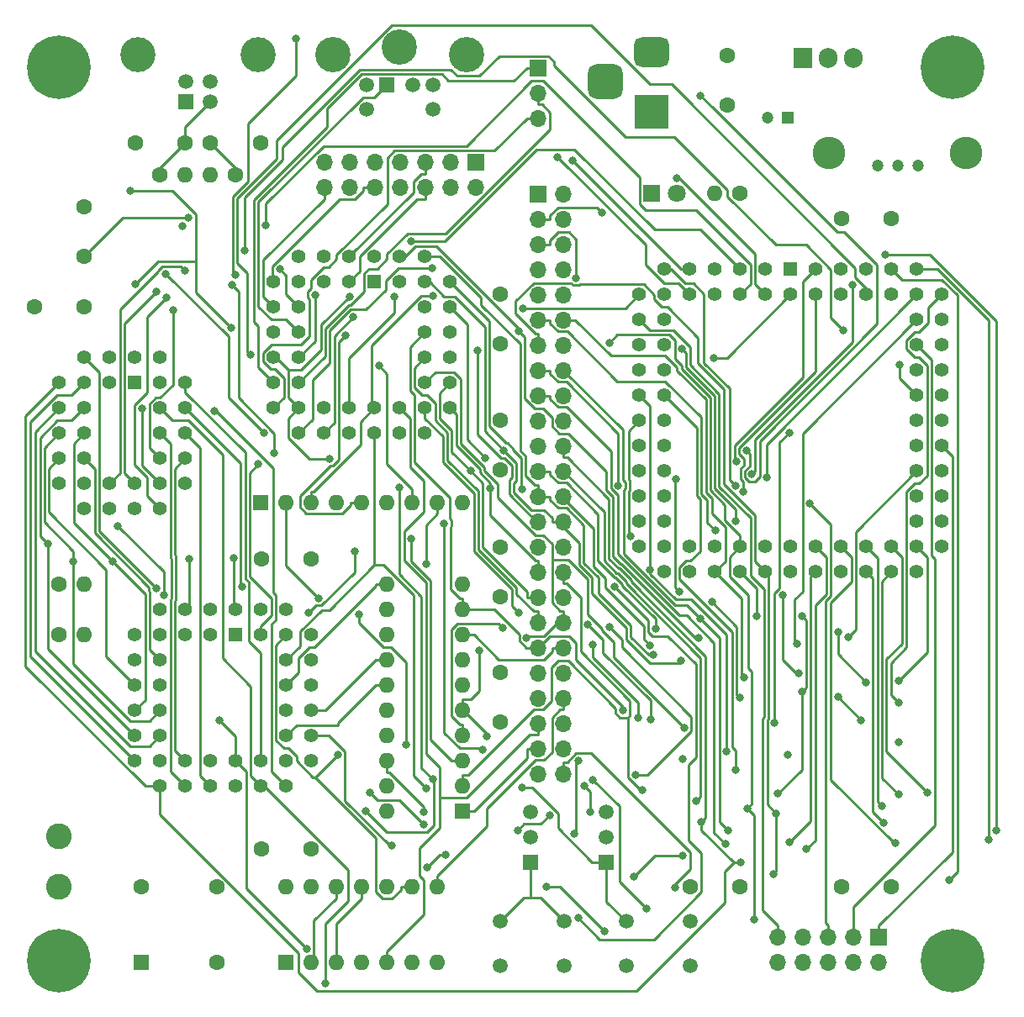
<source format=gbr>
%TF.GenerationSoftware,KiCad,Pcbnew,(6.0.4)*%
%TF.CreationDate,2022-07-11T08:06:56+02:00*%
%TF.ProjectId,65C816_SBC,36354338-3136-45f5-9342-432e6b696361,rev?*%
%TF.SameCoordinates,Original*%
%TF.FileFunction,Copper,L4,Bot*%
%TF.FilePolarity,Positive*%
%FSLAX46Y46*%
G04 Gerber Fmt 4.6, Leading zero omitted, Abs format (unit mm)*
G04 Created by KiCad (PCBNEW (6.0.4)) date 2022-07-11 08:06:56*
%MOMM*%
%LPD*%
G01*
G04 APERTURE LIST*
G04 Aperture macros list*
%AMRoundRect*
0 Rectangle with rounded corners*
0 $1 Rounding radius*
0 $2 $3 $4 $5 $6 $7 $8 $9 X,Y pos of 4 corners*
0 Add a 4 corners polygon primitive as box body*
4,1,4,$2,$3,$4,$5,$6,$7,$8,$9,$2,$3,0*
0 Add four circle primitives for the rounded corners*
1,1,$1+$1,$2,$3*
1,1,$1+$1,$4,$5*
1,1,$1+$1,$6,$7*
1,1,$1+$1,$8,$9*
0 Add four rect primitives between the rounded corners*
20,1,$1+$1,$2,$3,$4,$5,0*
20,1,$1+$1,$4,$5,$6,$7,0*
20,1,$1+$1,$6,$7,$8,$9,0*
20,1,$1+$1,$8,$9,$2,$3,0*%
G04 Aperture macros list end*
%TA.AperFunction,ComponentPad*%
%ADD10R,1.700000X1.700000*%
%TD*%
%TA.AperFunction,ComponentPad*%
%ADD11O,1.700000X1.700000*%
%TD*%
%TA.AperFunction,ComponentPad*%
%ADD12C,1.600000*%
%TD*%
%TA.AperFunction,ComponentPad*%
%ADD13R,1.600000X1.600000*%
%TD*%
%TA.AperFunction,ComponentPad*%
%ADD14R,1.509000X1.509000*%
%TD*%
%TA.AperFunction,ComponentPad*%
%ADD15C,1.509000*%
%TD*%
%TA.AperFunction,ComponentPad*%
%ADD16C,3.525000*%
%TD*%
%TA.AperFunction,ComponentPad*%
%ADD17C,1.500000*%
%TD*%
%TA.AperFunction,ComponentPad*%
%ADD18R,1.500000X1.500000*%
%TD*%
%TA.AperFunction,ComponentPad*%
%ADD19O,1.600000X1.600000*%
%TD*%
%TA.AperFunction,ComponentPad*%
%ADD20R,1.422400X1.422400*%
%TD*%
%TA.AperFunction,ComponentPad*%
%ADD21C,1.422400*%
%TD*%
%TA.AperFunction,ComponentPad*%
%ADD22R,1.905000X2.000000*%
%TD*%
%TA.AperFunction,ComponentPad*%
%ADD23O,1.905000X2.000000*%
%TD*%
%TA.AperFunction,ComponentPad*%
%ADD24C,2.600000*%
%TD*%
%TA.AperFunction,ComponentPad*%
%ADD25C,1.200000*%
%TD*%
%TA.AperFunction,ComponentPad*%
%ADD26C,3.290000*%
%TD*%
%TA.AperFunction,ComponentPad*%
%ADD27C,3.555000*%
%TD*%
%TA.AperFunction,ComponentPad*%
%ADD28R,1.800000X1.800000*%
%TD*%
%TA.AperFunction,ComponentPad*%
%ADD29C,1.800000*%
%TD*%
%TA.AperFunction,ComponentPad*%
%ADD30R,1.200000X1.200000*%
%TD*%
%TA.AperFunction,ComponentPad*%
%ADD31R,3.500000X3.500000*%
%TD*%
%TA.AperFunction,ComponentPad*%
%ADD32RoundRect,0.750000X-1.000000X0.750000X-1.000000X-0.750000X1.000000X-0.750000X1.000000X0.750000X0*%
%TD*%
%TA.AperFunction,ComponentPad*%
%ADD33RoundRect,0.875000X-0.875000X0.875000X-0.875000X-0.875000X0.875000X-0.875000X0.875000X0.875000X0*%
%TD*%
%TA.AperFunction,ComponentPad*%
%ADD34C,6.400000*%
%TD*%
%TA.AperFunction,ViaPad*%
%ADD35C,0.800000*%
%TD*%
%TA.AperFunction,Conductor*%
%ADD36C,0.250000*%
%TD*%
G04 APERTURE END LIST*
D10*
%TO.P,J1,1,Pin_1*%
%TO.N,/A22*%
X149860000Y-63510000D03*
D11*
%TO.P,J1,2,Pin_2*%
%TO.N,/A23*%
X152400000Y-63510000D03*
%TO.P,J1,3,Pin_3*%
%TO.N,/A20*%
X149860000Y-66050000D03*
%TO.P,J1,4,Pin_4*%
%TO.N,/A21*%
X152400000Y-66050000D03*
%TO.P,J1,5,Pin_5*%
%TO.N,/A18*%
X149860000Y-68590000D03*
%TO.P,J1,6,Pin_6*%
%TO.N,/A19*%
X152400000Y-68590000D03*
%TO.P,J1,7,Pin_7*%
%TO.N,/A16*%
X149860000Y-71130000D03*
%TO.P,J1,8,Pin_8*%
%TO.N,/A17*%
X152400000Y-71130000D03*
%TO.P,J1,9,Pin_9*%
%TO.N,/GND*%
X149860000Y-73670000D03*
%TO.P,J1,10,Pin_10*%
%TO.N,/5V*%
X152400000Y-73670000D03*
%TO.P,J1,11,Pin_11*%
%TO.N,/A14*%
X149860000Y-76210000D03*
%TO.P,J1,12,Pin_12*%
%TO.N,/A15*%
X152400000Y-76210000D03*
%TO.P,J1,13,Pin_13*%
%TO.N,/A12*%
X149860000Y-78750000D03*
%TO.P,J1,14,Pin_14*%
%TO.N,/A13*%
X152400000Y-78750000D03*
%TO.P,J1,15,Pin_15*%
%TO.N,/A10*%
X149860000Y-81290000D03*
%TO.P,J1,16,Pin_16*%
%TO.N,/A11*%
X152400000Y-81290000D03*
%TO.P,J1,17,Pin_17*%
%TO.N,/A8*%
X149860000Y-83830000D03*
%TO.P,J1,18,Pin_18*%
%TO.N,/A9*%
X152400000Y-83830000D03*
%TO.P,J1,19,Pin_19*%
%TO.N,/GND*%
X149860000Y-86370000D03*
%TO.P,J1,20,Pin_20*%
%TO.N,/5V*%
X152400000Y-86370000D03*
%TO.P,J1,21,Pin_21*%
%TO.N,/A6*%
X149860000Y-88910000D03*
%TO.P,J1,22,Pin_22*%
%TO.N,/A7*%
X152400000Y-88910000D03*
%TO.P,J1,23,Pin_23*%
%TO.N,/A4*%
X149860000Y-91450000D03*
%TO.P,J1,24,Pin_24*%
%TO.N,/A5*%
X152400000Y-91450000D03*
%TO.P,J1,25,Pin_25*%
%TO.N,/A2*%
X149860000Y-93990000D03*
%TO.P,J1,26,Pin_26*%
%TO.N,/A3*%
X152400000Y-93990000D03*
%TO.P,J1,27,Pin_27*%
%TO.N,/A0*%
X149860000Y-96530000D03*
%TO.P,J1,28,Pin_28*%
%TO.N,/A1*%
X152400000Y-96530000D03*
%TO.P,J1,29,Pin_29*%
%TO.N,/GND*%
X149860000Y-99070000D03*
%TO.P,J1,30,Pin_30*%
%TO.N,/5V*%
X152400000Y-99070000D03*
%TO.P,J1,31,Pin_31*%
%TO.N,/MD6*%
X149860000Y-101610000D03*
%TO.P,J1,32,Pin_32*%
%TO.N,/MD7*%
X152400000Y-101610000D03*
%TO.P,J1,33,Pin_33*%
%TO.N,/MD4*%
X149860000Y-104150000D03*
%TO.P,J1,34,Pin_34*%
%TO.N,/MD5*%
X152400000Y-104150000D03*
%TO.P,J1,35,Pin_35*%
%TO.N,/MD2*%
X149860000Y-106690000D03*
%TO.P,J1,36,Pin_36*%
%TO.N,/MD3*%
X152400000Y-106690000D03*
%TO.P,J1,37,Pin_37*%
%TO.N,/MD0*%
X149860000Y-109230000D03*
%TO.P,J1,38,Pin_38*%
%TO.N,/MD1*%
X152400000Y-109230000D03*
%TO.P,J1,39,Pin_39*%
%TO.N,/GND*%
X149860000Y-111770000D03*
%TO.P,J1,40,Pin_40*%
%TO.N,/5V*%
X152400000Y-111770000D03*
%TO.P,J1,41,Pin_41*%
%TO.N,/PHI2*%
X149860000Y-114310000D03*
%TO.P,J1,42,Pin_42*%
%TO.N,/PHI1*%
X152400000Y-114310000D03*
%TO.P,J1,43,Pin_43*%
%TO.N,/GCLK*%
X149860000Y-116850000D03*
%TO.P,J1,44,Pin_44*%
%TO.N,/~{IRQ_EXT}*%
X152400000Y-116850000D03*
%TO.P,J1,45,Pin_45*%
%TO.N,/R~{W}*%
X149860000Y-119390000D03*
%TO.P,J1,46,Pin_46*%
%TO.N,/~{CS_EXT}*%
X152400000Y-119390000D03*
%TO.P,J1,47,Pin_47*%
%TO.N,/~{WSE_EXT}*%
X149860000Y-121930000D03*
%TO.P,J1,48,Pin_48*%
%TO.N,/~{CS_IO}*%
X152400000Y-121930000D03*
%TD*%
D10*
%TO.P,J3,1,Pin_1*%
%TO.N,/PB4*%
X149860000Y-50815000D03*
D11*
%TO.P,J3,2,Pin_2*%
%TO.N,/PB5*%
X149860000Y-53355000D03*
%TO.P,J3,3,Pin_3*%
%TO.N,/PB6*%
X149860000Y-55895000D03*
%TD*%
D12*
%TO.P,X0,8,Vcc*%
%TO.N,/5V*%
X109855000Y-133350000D03*
%TO.P,X0,5,OUT*%
%TO.N,Net-(U2-Pad11)*%
X117475000Y-133350000D03*
%TO.P,X0,4,GND*%
%TO.N,/GND*%
X117475000Y-140970000D03*
D13*
%TO.P,X0,1,EN*%
%TO.N,unconnected-(X0-Pad1)*%
X109855000Y-140970000D03*
%TD*%
D14*
%TO.P,USB0,1,VCC*%
%TO.N,/USB_5V*%
X114320000Y-54240000D03*
D15*
%TO.P,USB0,2,DM*%
%TO.N,Net-(C2-Pad2)*%
X116820000Y-54240000D03*
%TO.P,USB0,3,DP*%
%TO.N,Net-(C1-Pad1)*%
X116820000Y-52240000D03*
%TO.P,USB0,4,GND*%
%TO.N,/GND*%
X114320000Y-52240000D03*
D16*
%TO.P,USB0,MH1,GND*%
X121590000Y-49530000D03*
%TO.P,USB0,MH2,GND*%
X109550000Y-49530000D03*
%TD*%
D17*
%TO.P,U11,3,GND*%
%TO.N,/GND*%
X149040000Y-125740000D03*
%TO.P,U11,2,Vcc*%
%TO.N,/5V*%
X149040000Y-128280000D03*
D18*
%TO.P,U11,1,~{RST}*%
%TO.N,/~{NMI}*%
X149040000Y-130820000D03*
%TD*%
D17*
%TO.P,U10,3,GND*%
%TO.N,/GND*%
X156660000Y-125740000D03*
%TO.P,U10,2,Vcc*%
%TO.N,/5V*%
X156660000Y-128280000D03*
D18*
%TO.P,U10,1,~{RST}*%
%TO.N,/~{RST}*%
X156660000Y-130820000D03*
%TD*%
D13*
%TO.P,U9,1,A->B*%
%TO.N,/R~{W}*%
X142230000Y-125725000D03*
D19*
%TO.P,U9,2,A0*%
%TO.N,/MD7*%
X142230000Y-123185000D03*
%TO.P,U9,3,A1*%
%TO.N,/MD6*%
X142230000Y-120645000D03*
%TO.P,U9,4,A2*%
%TO.N,/MD5*%
X142230000Y-118105000D03*
%TO.P,U9,5,A3*%
%TO.N,/MD4*%
X142230000Y-115565000D03*
%TO.P,U9,6,A4*%
%TO.N,/MD3*%
X142230000Y-113025000D03*
%TO.P,U9,7,A5*%
%TO.N,/MD2*%
X142230000Y-110485000D03*
%TO.P,U9,8,A6*%
%TO.N,/MD1*%
X142230000Y-107945000D03*
%TO.P,U9,9,A7*%
%TO.N,/MD0*%
X142230000Y-105405000D03*
%TO.P,U9,10,GND*%
%TO.N,/GND*%
X142230000Y-102865000D03*
%TO.P,U9,11,B7*%
%TO.N,/AD0*%
X134610000Y-102865000D03*
%TO.P,U9,12,B6*%
%TO.N,/AD1*%
X134610000Y-105405000D03*
%TO.P,U9,13,B5*%
%TO.N,/AD2*%
X134610000Y-107945000D03*
%TO.P,U9,14,B4*%
%TO.N,/AD3*%
X134610000Y-110485000D03*
%TO.P,U9,15,B3*%
%TO.N,/AD4*%
X134610000Y-113025000D03*
%TO.P,U9,16,B2*%
%TO.N,/AD5*%
X134610000Y-115565000D03*
%TO.P,U9,17,B1*%
%TO.N,/AD6*%
X134610000Y-118105000D03*
%TO.P,U9,18,B0*%
%TO.N,/AD7*%
X134610000Y-120645000D03*
%TO.P,U9,19,CE*%
%TO.N,/PHI1*%
X134610000Y-123185000D03*
%TO.P,U9,20,VCC*%
%TO.N,/5V*%
X134610000Y-125725000D03*
%TD*%
D20*
%TO.P,U8,1,GND*%
%TO.N,/GND*%
X119380000Y-107950000D03*
D21*
%TO.P,U8,2,VPB*%
%TO.N,unconnected-(U8-Pad2)*%
X116840000Y-105410000D03*
%TO.P,U8,3,RDY*%
%TO.N,/RDY*%
X116840000Y-107950000D03*
%TO.P,U8,4,~{ABT}*%
%TO.N,/~{ABT}*%
X114300000Y-105410000D03*
%TO.P,U8,5,~{IRQ}*%
%TO.N,/~{IRQ_CPU}*%
X114300000Y-107950000D03*
%TO.P,U8,6,~{MLB}*%
%TO.N,unconnected-(U8-Pad6)*%
X111760000Y-105410000D03*
%TO.P,U8,7,~{NMI}*%
%TO.N,/~{NMI}*%
X109220000Y-107950000D03*
%TO.P,U8,8,VPA*%
%TO.N,/VPA*%
X111760000Y-107950000D03*
%TO.P,U8,9,Vcc*%
%TO.N,/5V*%
X109220000Y-110490000D03*
%TO.P,U8,10,A0*%
%TO.N,/A0*%
X111760000Y-110490000D03*
%TO.P,U8,11,A1*%
%TO.N,/A1*%
X109220000Y-113030000D03*
%TO.P,U8,12,NC*%
%TO.N,unconnected-(U8-Pad12)*%
X111760000Y-113030000D03*
%TO.P,U8,13,A2*%
%TO.N,/A2*%
X109220000Y-115570000D03*
%TO.P,U8,14,A3*%
%TO.N,/A3*%
X111760000Y-115570000D03*
%TO.P,U8,15,A4*%
%TO.N,/A4*%
X109220000Y-118110000D03*
%TO.P,U8,16,A5*%
%TO.N,/A5*%
X111760000Y-118110000D03*
%TO.P,U8,17,A6*%
%TO.N,/A6*%
X109220000Y-120650000D03*
%TO.P,U8,18,A7*%
%TO.N,/A7*%
X111760000Y-123190000D03*
%TO.P,U8,19,A8*%
%TO.N,/A8*%
X111760000Y-120650000D03*
%TO.P,U8,20,A9*%
%TO.N,/A9*%
X114300000Y-123190000D03*
%TO.P,U8,21,A10*%
%TO.N,/A10*%
X114300000Y-120650000D03*
%TO.P,U8,22,A11*%
%TO.N,/A11*%
X116840000Y-123190000D03*
%TO.P,U8,23,GND*%
%TO.N,/GND*%
X116840000Y-120650000D03*
%TO.P,U8,24,GND*%
X119380000Y-123190000D03*
%TO.P,U8,25,A12*%
%TO.N,/A12*%
X119380000Y-120650000D03*
%TO.P,U8,26,A13*%
%TO.N,/A13*%
X121920000Y-123190000D03*
%TO.P,U8,27,A14*%
%TO.N,/A14*%
X121920000Y-120650000D03*
%TO.P,U8,28,A15*%
%TO.N,/A15*%
X124460000Y-123190000D03*
%TO.P,U8,29,AD7*%
%TO.N,/AD7*%
X127000000Y-120650000D03*
%TO.P,U8,30,AD6*%
%TO.N,/AD6*%
X124460000Y-120650000D03*
%TO.P,U8,31,AD5*%
%TO.N,/AD5*%
X127000000Y-118110000D03*
%TO.P,U8,32,AD4*%
%TO.N,/AD4*%
X124460000Y-118110000D03*
%TO.P,U8,33,AD3*%
%TO.N,/AD3*%
X127000000Y-115570000D03*
%TO.P,U8,34,AD2*%
%TO.N,/AD2*%
X124460000Y-115570000D03*
%TO.P,U8,35,AD1*%
%TO.N,/AD1*%
X127000000Y-113030000D03*
%TO.P,U8,36,AD0*%
%TO.N,/AD0*%
X124460000Y-113030000D03*
%TO.P,U8,37,Vcc*%
%TO.N,/5V*%
X127000000Y-110490000D03*
%TO.P,U8,38,R/~{W}*%
%TO.N,/R~{W}*%
X124460000Y-110490000D03*
%TO.P,U8,39,E*%
%TO.N,unconnected-(U8-Pad39)*%
X127000000Y-107950000D03*
%TO.P,U8,40,BE*%
%TO.N,/BE*%
X124460000Y-105410000D03*
%TO.P,U8,41,CLK*%
%TO.N,/PHI2*%
X124460000Y-107950000D03*
%TO.P,U8,42,MX*%
%TO.N,unconnected-(U8-Pad42)*%
X121920000Y-105410000D03*
%TO.P,U8,43,VDA*%
%TO.N,/VDA*%
X121920000Y-107950000D03*
%TO.P,U8,44,~{RST}*%
%TO.N,/~{RST}*%
X119380000Y-105410000D03*
%TD*%
D20*
%TO.P,U5,1,A18*%
%TO.N,/GND*%
X109220000Y-82550000D03*
D21*
%TO.P,U5,2,A16*%
X106680000Y-80010000D03*
%TO.P,U5,3,A15*%
%TO.N,/A15*%
X106680000Y-82550000D03*
%TO.P,U5,4,A12*%
%TO.N,/A12*%
X104140000Y-80010000D03*
%TO.P,U5,5,A7*%
%TO.N,/A7*%
X101600000Y-82550000D03*
%TO.P,U5,6,A6*%
%TO.N,/A6*%
X104140000Y-82550000D03*
%TO.P,U5,7,A5*%
%TO.N,/A5*%
X101600000Y-85090000D03*
%TO.P,U5,8,A4*%
%TO.N,/A4*%
X104140000Y-85090000D03*
%TO.P,U5,9,A3*%
%TO.N,/A3*%
X101600000Y-87630000D03*
%TO.P,U5,10,A2*%
%TO.N,/A2*%
X104140000Y-87630000D03*
%TO.P,U5,11,A1*%
%TO.N,/A1*%
X101600000Y-90170000D03*
%TO.P,U5,12,A0*%
%TO.N,/A0*%
X104140000Y-90170000D03*
%TO.P,U5,13,DQ0*%
%TO.N,/MD0*%
X101600000Y-92710000D03*
%TO.P,U5,14,DQ1*%
%TO.N,/MD1*%
X104140000Y-95250000D03*
%TO.P,U5,15,DQ2*%
%TO.N,/MD2*%
X104140000Y-92710000D03*
%TO.P,U5,16,VSS*%
%TO.N,/GND*%
X106680000Y-95250000D03*
%TO.P,U5,17,DQ3*%
%TO.N,/MD3*%
X106680000Y-92710000D03*
%TO.P,U5,18,DQ4*%
%TO.N,/MD4*%
X109220000Y-95250000D03*
%TO.P,U5,19,DQ5*%
%TO.N,/MD5*%
X109220000Y-92710000D03*
%TO.P,U5,20,DQ6*%
%TO.N,/MD6*%
X111760000Y-95250000D03*
%TO.P,U5,21,DQ7*%
%TO.N,/MD7*%
X114300000Y-92710000D03*
%TO.P,U5,22,~{CS}*%
%TO.N,/~{CS_ROM}*%
X111760000Y-92710000D03*
%TO.P,U5,23,A10*%
%TO.N,/A10*%
X114300000Y-90170000D03*
%TO.P,U5,24,~{OE}*%
%TO.N,/~{OE_MEM}*%
X111760000Y-90170000D03*
%TO.P,U5,25,A11*%
%TO.N,/A11*%
X114300000Y-87630000D03*
%TO.P,U5,26,A9*%
%TO.N,/A9*%
X111760000Y-87630000D03*
%TO.P,U5,27,A8*%
%TO.N,/A8*%
X114300000Y-85090000D03*
%TO.P,U5,28,A13*%
%TO.N,/A13*%
X111760000Y-85090000D03*
%TO.P,U5,29,A14*%
%TO.N,/A14*%
X114300000Y-82550000D03*
%TO.P,U5,30,A17*%
%TO.N,/GND*%
X111760000Y-80010000D03*
%TO.P,U5,31,~{WE}*%
%TO.N,/5V*%
X111760000Y-82550000D03*
%TO.P,U5,32,VDD*%
X109220000Y-80010000D03*
%TD*%
D20*
%TO.P,U4,1,GND*%
%TO.N,/GND*%
X133350000Y-72390000D03*
D21*
%TO.P,U4,2,PA0*%
%TO.N,/PA0*%
X130810000Y-69850000D03*
%TO.P,U4,3,PA1*%
%TO.N,/PA1*%
X130810000Y-72390000D03*
%TO.P,U4,4,PA2*%
%TO.N,/PA2*%
X128270000Y-69850000D03*
%TO.P,U4,5,PA3*%
%TO.N,/PA3*%
X128270000Y-72390000D03*
%TO.P,U4,6,PA4*%
%TO.N,/PA4*%
X125730000Y-69850000D03*
%TO.P,U4,7,PA5*%
%TO.N,/PA5*%
X123190000Y-72390000D03*
%TO.P,U4,8,PA6*%
%TO.N,/PA6*%
X125730000Y-72390000D03*
%TO.P,U4,9,PA7*%
%TO.N,/PA7*%
X123190000Y-74930000D03*
%TO.P,U4,10,PB0*%
%TO.N,/PS2K_C*%
X125730000Y-74930000D03*
%TO.P,U4,11,NC*%
%TO.N,unconnected-(U4-Pad11)*%
X123190000Y-77470000D03*
%TO.P,U4,12,PB1*%
%TO.N,/PS2K_D*%
X125730000Y-77470000D03*
%TO.P,U4,13,PB2*%
%TO.N,/PS2M_C*%
X123190000Y-80010000D03*
%TO.P,U4,14,PB3*%
%TO.N,/PS2M_D*%
X125730000Y-80010000D03*
%TO.P,U4,15,PB4*%
%TO.N,/PB4*%
X123190000Y-82550000D03*
%TO.P,U4,16,PB5*%
%TO.N,/PB5*%
X125730000Y-82550000D03*
%TO.P,U4,17,PB6*%
%TO.N,/PB6*%
X123190000Y-85090000D03*
%TO.P,U4,18,PB7*%
%TO.N,/T1_CLK*%
X125730000Y-87630000D03*
%TO.P,U4,19,CB1*%
%TO.N,/PS2M_C*%
X125730000Y-85090000D03*
%TO.P,U4,20,CB2*%
%TO.N,/PS2K_C*%
X128270000Y-87630000D03*
%TO.P,U4,21,Vcc*%
%TO.N,/5V*%
X128270000Y-85090000D03*
%TO.P,U4,22,NC*%
%TO.N,unconnected-(U4-Pad22)*%
X130810000Y-87630000D03*
%TO.P,U4,23,~{IRQ}*%
%TO.N,/~{IRQ_VIA}*%
X130810000Y-85090000D03*
%TO.P,U4,24,R/~{W}*%
%TO.N,/R~{W}*%
X133350000Y-87630000D03*
%TO.P,U4,25,~{CS2}*%
%TO.N,/~{CS_VIA}*%
X133350000Y-85090000D03*
%TO.P,U4,26,CS1*%
%TO.N,/5V*%
X135890000Y-87630000D03*
%TO.P,U4,27,PHI2*%
%TO.N,/GCLK*%
X135890000Y-85090000D03*
%TO.P,U4,28,D7*%
%TO.N,/MD7*%
X138430000Y-87630000D03*
%TO.P,U4,29,D6*%
%TO.N,/MD6*%
X140970000Y-85090000D03*
%TO.P,U4,30,D5*%
%TO.N,/MD5*%
X138430000Y-85090000D03*
%TO.P,U4,31,D4*%
%TO.N,/MD4*%
X140970000Y-82550000D03*
%TO.P,U4,32,D3*%
%TO.N,/MD3*%
X138430000Y-82550000D03*
%TO.P,U4,33,NC*%
%TO.N,unconnected-(U4-Pad33)*%
X140970000Y-80010000D03*
%TO.P,U4,34,D2*%
%TO.N,/MD2*%
X138430000Y-80010000D03*
%TO.P,U4,35,D1*%
%TO.N,/MD1*%
X140970000Y-77470000D03*
%TO.P,U4,36,D0*%
%TO.N,/MD0*%
X138430000Y-77470000D03*
%TO.P,U4,37,~{RES}*%
%TO.N,/~{RST}*%
X140970000Y-74930000D03*
%TO.P,U4,38,NC*%
%TO.N,unconnected-(U4-Pad38)*%
X138430000Y-74930000D03*
%TO.P,U4,39,RS3*%
%TO.N,/A3*%
X140970000Y-72390000D03*
%TO.P,U4,40,RS2*%
%TO.N,/A2*%
X138430000Y-69850000D03*
%TO.P,U4,41,RS1*%
%TO.N,/A1*%
X138430000Y-72390000D03*
%TO.P,U4,42,RS0*%
%TO.N,/A0*%
X135890000Y-69850000D03*
%TO.P,U4,43,CA2*%
%TO.N,/CA2*%
X135890000Y-72390000D03*
%TO.P,U4,44,CA1*%
%TO.N,/CA1*%
X133350000Y-69850000D03*
%TD*%
D20*
%TO.P,U3,1,INPUT/GCLR*%
%TO.N,/~{RST}*%
X175260000Y-71120000D03*
D21*
%TO.P,U3,2,INPUT/OE2/GCLK2*%
%TO.N,/GCLK*%
X175260000Y-73660000D03*
%TO.P,U3,3,VCCINT_1*%
%TO.N,/5V*%
X172720000Y-71120000D03*
%TO.P,U3,4,I/O_1*%
%TO.N,/~{CS_VIA}*%
X172720000Y-73660000D03*
%TO.P,U3,5,I/O_2*%
%TO.N,/~{IRQ_VIA}*%
X170180000Y-71120000D03*
%TO.P,U3,6,I/O_3*%
%TO.N,/FT_WR*%
X170180000Y-73660000D03*
%TO.P,U3,7,GND_1*%
%TO.N,/GND*%
X167640000Y-71120000D03*
%TO.P,U3,8,I/O_4*%
%TO.N,/~{FT_RD}*%
X167640000Y-73660000D03*
%TO.P,U3,9,I/O_5*%
%TO.N,/~{FT_TXE}*%
X165100000Y-71120000D03*
%TO.P,U3,10,I/O_6*%
%TO.N,/~{FT_RXF}*%
X165100000Y-73660000D03*
%TO.P,U3,11,I/O_7*%
%TO.N,/~{WSE}*%
X162560000Y-71120000D03*
%TO.P,U3,12,I/O/PD1*%
%TO.N,/MD0*%
X160020000Y-73660000D03*
%TO.P,U3,13,VCCIO_1*%
%TO.N,/5V*%
X162560000Y-73660000D03*
%TO.P,U3,14,I/O/TDI*%
%TO.N,/TDI_08*%
X160020000Y-76200000D03*
%TO.P,U3,15,I/O_8*%
%TO.N,/MD1*%
X162560000Y-76200000D03*
%TO.P,U3,16,I/O_9*%
%TO.N,/MD2*%
X160020000Y-78740000D03*
%TO.P,U3,17,I/O_10*%
%TO.N,/MD3*%
X162560000Y-78740000D03*
%TO.P,U3,18,I/O_11*%
%TO.N,/MD4*%
X160020000Y-81280000D03*
%TO.P,U3,19,GND_2*%
%TO.N,/GND*%
X162560000Y-81280000D03*
%TO.P,U3,20,I/O_12*%
%TO.N,/MD5*%
X160020000Y-83820000D03*
%TO.P,U3,21,I/O_13*%
%TO.N,/MD6*%
X162560000Y-83820000D03*
%TO.P,U3,22,I/O_14*%
%TO.N,/MD7*%
X160020000Y-86360000D03*
%TO.P,U3,23,I/O/TMS*%
%TO.N,/TMS_08*%
X162560000Y-86360000D03*
%TO.P,U3,24,I/O_15*%
%TO.N,/VPA*%
X160020000Y-88900000D03*
%TO.P,U3,25,I/O_16*%
%TO.N,/VDA*%
X162560000Y-88900000D03*
%TO.P,U3,26,VCCIO_2*%
%TO.N,/5V*%
X160020000Y-91440000D03*
%TO.P,U3,27,I/O_17*%
%TO.N,/R~{W}*%
X162560000Y-91440000D03*
%TO.P,U3,28,I/O_18*%
%TO.N,/AD0*%
X160020000Y-93980000D03*
%TO.P,U3,29,I/O_19*%
%TO.N,/AD1*%
X162560000Y-93980000D03*
%TO.P,U3,30,I/O_20*%
%TO.N,/AD2*%
X160020000Y-96520000D03*
%TO.P,U3,31,I/O_21*%
%TO.N,/AD3*%
X162560000Y-96520000D03*
%TO.P,U3,32,GND_3*%
%TO.N,/GND*%
X160020000Y-99060000D03*
%TO.P,U3,33,I/O_22*%
%TO.N,/AD4*%
X162560000Y-101600000D03*
%TO.P,U3,34,I/O_23*%
%TO.N,/AD5*%
X162560000Y-99060000D03*
%TO.P,U3,35,I/O_24*%
%TO.N,/AD6*%
X165100000Y-101600000D03*
%TO.P,U3,36,I/O_25*%
%TO.N,/AD7*%
X165100000Y-99060000D03*
%TO.P,U3,37,I/O_26*%
%TO.N,/A15*%
X167640000Y-101600000D03*
%TO.P,U3,38,VCCIO_3*%
%TO.N,/5V*%
X167640000Y-99060000D03*
%TO.P,U3,39,I/O_27*%
%TO.N,/A14*%
X170180000Y-101600000D03*
%TO.P,U3,40,I/O_28*%
%TO.N,/A13*%
X170180000Y-99060000D03*
%TO.P,U3,41,I/O_29*%
%TO.N,/A12*%
X172720000Y-101600000D03*
%TO.P,U3,42,GND_4*%
%TO.N,/GND*%
X172720000Y-99060000D03*
%TO.P,U3,43,VCCINT_2*%
%TO.N,/5V*%
X175260000Y-101600000D03*
%TO.P,U3,44,I/O_30*%
%TO.N,/A11*%
X175260000Y-99060000D03*
%TO.P,U3,45,I/O/PD2*%
%TO.N,/A10*%
X177800000Y-101600000D03*
%TO.P,U3,46,I/O_31*%
%TO.N,/A9*%
X177800000Y-99060000D03*
%TO.P,U3,47,GND_5*%
%TO.N,/GND*%
X180340000Y-101600000D03*
%TO.P,U3,48,I/O_32*%
%TO.N,/A8*%
X180340000Y-99060000D03*
%TO.P,U3,49,I/O_33*%
%TO.N,/A7*%
X182880000Y-101600000D03*
%TO.P,U3,50,I/O_34*%
%TO.N,/A6*%
X182880000Y-99060000D03*
%TO.P,U3,51,I/O_35*%
%TO.N,/A5*%
X185420000Y-101600000D03*
%TO.P,U3,52,I/O_36*%
%TO.N,/A4*%
X185420000Y-99060000D03*
%TO.P,U3,53,VCCIO_4*%
%TO.N,/5V*%
X187960000Y-101600000D03*
%TO.P,U3,54,I/O_37*%
%TO.N,/A3*%
X190500000Y-99060000D03*
%TO.P,U3,55,I/O_38*%
%TO.N,/A2*%
X187960000Y-99060000D03*
%TO.P,U3,56,I/O_39*%
%TO.N,/A1*%
X190500000Y-96520000D03*
%TO.P,U3,57,I/O_40*%
%TO.N,/A0*%
X187960000Y-96520000D03*
%TO.P,U3,58,I/O_41*%
%TO.N,/A16*%
X190500000Y-93980000D03*
%TO.P,U3,59,GND_6*%
%TO.N,/GND*%
X187960000Y-93980000D03*
%TO.P,U3,60,I/O_42*%
%TO.N,/A17*%
X190500000Y-91440000D03*
%TO.P,U3,61,I/O_43*%
%TO.N,/A18*%
X187960000Y-91440000D03*
%TO.P,U3,62,I/O/TCK*%
%TO.N,/TCK_08*%
X190500000Y-88900000D03*
%TO.P,U3,63,I/O_44*%
%TO.N,/A19*%
X187960000Y-88900000D03*
%TO.P,U3,64,I/O_45*%
%TO.N,/A20*%
X190500000Y-86360000D03*
%TO.P,U3,65,I/O_46*%
%TO.N,/A21*%
X187960000Y-86360000D03*
%TO.P,U3,66,VCCIO_5*%
%TO.N,/5V*%
X190500000Y-83820000D03*
%TO.P,U3,67,I/O_47*%
%TO.N,/A22*%
X187960000Y-83820000D03*
%TO.P,U3,68,I/O_48*%
%TO.N,/A23*%
X190500000Y-81280000D03*
%TO.P,U3,69,I/O_49*%
%TO.N,/~{OE_MEM}*%
X187960000Y-81280000D03*
%TO.P,U3,70,I/O_50*%
%TO.N,/~{WE_MEM}*%
X190500000Y-78740000D03*
%TO.P,U3,71,I/O/TDO*%
%TO.N,/TDO_08*%
X187960000Y-78740000D03*
%TO.P,U3,72,GND_7*%
%TO.N,/GND*%
X190500000Y-76200000D03*
%TO.P,U3,73,I/O_51*%
%TO.N,/~{CS_RAM1}*%
X187960000Y-76200000D03*
%TO.P,U3,74,I/O_52*%
%TO.N,/~{CS_RAM0}*%
X190500000Y-73660000D03*
%TO.P,U3,75,I/O_53*%
%TO.N,/~{CS_IO}*%
X187960000Y-71120000D03*
%TO.P,U3,76,I/O_54*%
%TO.N,/~{CS_EXT}*%
X187960000Y-73660000D03*
%TO.P,U3,77,I/O_55*%
%TO.N,/~{WSE_EXT}*%
X185420000Y-71120000D03*
%TO.P,U3,78,VCCIO_6*%
%TO.N,/5V*%
X185420000Y-73660000D03*
%TO.P,U3,79,I/O_56*%
%TO.N,/~{IRQ_CPU}*%
X182880000Y-71120000D03*
%TO.P,U3,80,I/O_57*%
%TO.N,/~{CS_ROM}*%
X182880000Y-73660000D03*
%TO.P,U3,81,I/O/GCLK3*%
%TO.N,/T1_CLK*%
X180340000Y-71120000D03*
%TO.P,U3,82,GND_8*%
%TO.N,/GND*%
X180340000Y-73660000D03*
%TO.P,U3,83,INPUT/GCLK1*%
%TO.N,/PHI1*%
X177800000Y-71120000D03*
%TO.P,U3,84,INPUT/OE1*%
%TO.N,/~{IRQ_EXT}*%
X177800000Y-73660000D03*
%TD*%
D13*
%TO.P,U2,1,~{R}*%
%TO.N,/5V*%
X124455000Y-140960000D03*
D19*
%TO.P,U2,2,D*%
%TO.N,Net-(U2-Pad12)*%
X126995000Y-140960000D03*
%TO.P,U2,3,C*%
%TO.N,Net-(U2-Pad11)*%
X129535000Y-140960000D03*
%TO.P,U2,4,~{S}*%
%TO.N,/5V*%
X132075000Y-140960000D03*
%TO.P,U2,5,Q*%
%TO.N,/GCLK*%
X134615000Y-140960000D03*
%TO.P,U2,6,~{Q}*%
%TO.N,Net-(U2-Pad12)*%
X137155000Y-140960000D03*
%TO.P,U2,7,GND*%
%TO.N,/GND*%
X139695000Y-140960000D03*
%TO.P,U2,8,~{Q}*%
%TO.N,/PHI1*%
X139695000Y-133340000D03*
%TO.P,U2,9,Q*%
%TO.N,/PHI2*%
X137155000Y-133340000D03*
%TO.P,U2,10,~{S}*%
%TO.N,/~{WSE}*%
X134615000Y-133340000D03*
%TO.P,U2,11,C*%
%TO.N,Net-(U2-Pad11)*%
X132075000Y-133340000D03*
%TO.P,U2,12,D*%
%TO.N,Net-(U2-Pad12)*%
X129535000Y-133340000D03*
%TO.P,U2,13,~{R}*%
%TO.N,/5V*%
X126995000Y-133340000D03*
%TO.P,U2,14,VCC*%
X124455000Y-133340000D03*
%TD*%
D22*
%TO.P,U0,1,VI*%
%TO.N,Net-(BJ0-Pad1)*%
X176530000Y-49840000D03*
D23*
%TO.P,U0,2,GND*%
%TO.N,/GND*%
X179070000Y-49840000D03*
%TO.P,U0,3,VO*%
%TO.N,/PWR_IN*%
X181610000Y-49840000D03*
%TD*%
D24*
%TO.P,TP0,1,1*%
%TO.N,/GND*%
X101600000Y-133350000D03*
X101600000Y-128270000D03*
%TD*%
D17*
%TO.P,SW1,1*%
%TO.N,/~{NMI}*%
X145975000Y-136815000D03*
%TO.P,SW1,2*%
X152475000Y-136815000D03*
%TO.P,SW1,3*%
%TO.N,/GND*%
X145975000Y-141315000D03*
%TO.P,SW1,4*%
X152475000Y-141315000D03*
%TD*%
%TO.P,SW0,1*%
%TO.N,/~{RST}*%
X158675000Y-136815000D03*
%TO.P,SW0,2*%
X165175000Y-136815000D03*
%TO.P,SW0,3*%
%TO.N,/GND*%
X158675000Y-141315000D03*
%TO.P,SW0,4*%
X165175000Y-141315000D03*
%TD*%
D25*
%TO.P,S0,1,ON_1*%
%TO.N,/5V*%
X188055000Y-60640000D03*
%TO.P,S0,2,COM*%
%TO.N,/PWR_IN*%
X186055000Y-60640000D03*
%TO.P,S0,3,ON_2*%
%TO.N,unconnected-(S0-Pad3)*%
X184055000Y-60640000D03*
D26*
%TO.P,S0,4,MH1*%
%TO.N,/GND*%
X192955000Y-59390000D03*
%TO.P,S0,5,MH2*%
X179155000Y-59390000D03*
%TD*%
D13*
%TO.P,RN0,1,common*%
%TO.N,/5V*%
X121905000Y-94615000D03*
D19*
%TO.P,RN0,2,R1*%
%TO.N,/~{IRQ_EXT}*%
X124445000Y-94615000D03*
%TO.P,RN0,3,R2*%
%TO.N,/~{CS_VIA}*%
X126985000Y-94615000D03*
%TO.P,RN0,4,R3*%
%TO.N,/PS2K_C*%
X129525000Y-94615000D03*
%TO.P,RN0,5,R4*%
%TO.N,/PS2K_D*%
X132065000Y-94615000D03*
%TO.P,RN0,6,R5*%
%TO.N,/PS2M_C*%
X134605000Y-94615000D03*
%TO.P,RN0,7,R6*%
%TO.N,/PS2M_D*%
X137145000Y-94615000D03*
%TO.P,RN0,8,R7*%
%TO.N,/RDY*%
X139685000Y-94615000D03*
%TO.P,RN0,9,R8*%
%TO.N,/~{ABT}*%
X142225000Y-94615000D03*
%TD*%
%TO.P,R4,2*%
%TO.N,/~{NMI}*%
X104140000Y-107950000D03*
D12*
%TO.P,R4,1*%
%TO.N,/5V*%
X101600000Y-107950000D03*
%TD*%
%TO.P,R3,1*%
%TO.N,/5V*%
X101600000Y-102870000D03*
D19*
%TO.P,R3,2*%
%TO.N,/~{RST}*%
X104140000Y-102870000D03*
%TD*%
%TO.P,R2,2*%
%TO.N,Net-(D0-Pad2)*%
X167640000Y-63500000D03*
D12*
%TO.P,R2,1*%
%TO.N,/5V*%
X170180000Y-63500000D03*
%TD*%
%TO.P,R1,1*%
%TO.N,Net-(C1-Pad1)*%
X119380000Y-61595000D03*
D19*
%TO.P,R1,2*%
%TO.N,Net-(R1-Pad2)*%
X116840000Y-61595000D03*
%TD*%
D12*
%TO.P,R0,1*%
%TO.N,Net-(C2-Pad2)*%
X111760000Y-61595000D03*
D19*
%TO.P,R0,2*%
%TO.N,Net-(R0-Pad2)*%
X114300000Y-61595000D03*
%TD*%
D14*
%TO.P,PS0,1,DATA*%
%TO.N,/PS2K_D*%
X134590000Y-52530000D03*
D15*
%TO.P,PS0,2,NC*%
%TO.N,/PS2M_D*%
X137190000Y-52530000D03*
%TO.P,PS0,3,GND*%
%TO.N,/GND*%
X132540000Y-52530000D03*
%TO.P,PS0,4,5V*%
%TO.N,/5V*%
X139240000Y-52530000D03*
%TO.P,PS0,5,CLK*%
%TO.N,/PS2K_C*%
X132540000Y-55020000D03*
%TO.P,PS0,6,NC*%
%TO.N,/PS2M_C*%
X139240000Y-55020000D03*
D27*
%TO.P,PS0,MH1,GND*%
%TO.N,/GND*%
X135890000Y-48720000D03*
%TO.P,PS0,MH2,GND*%
X142650000Y-49530000D03*
%TO.P,PS0,MH3,GND*%
X129130000Y-49530000D03*
%TD*%
D10*
%TO.P,J2,1,Pin_1*%
%TO.N,/CA1*%
X143515000Y-60325000D03*
D11*
%TO.P,J2,2,Pin_2*%
%TO.N,/CA2*%
X143515000Y-62865000D03*
%TO.P,J2,3,Pin_3*%
%TO.N,/GND*%
X140975000Y-60325000D03*
%TO.P,J2,4,Pin_4*%
%TO.N,/5V*%
X140975000Y-62865000D03*
%TO.P,J2,5,Pin_5*%
%TO.N,/PA0*%
X138435000Y-60325000D03*
%TO.P,J2,6,Pin_6*%
%TO.N,/PA1*%
X138435000Y-62865000D03*
%TO.P,J2,7,Pin_7*%
%TO.N,/PA2*%
X135895000Y-60325000D03*
%TO.P,J2,8,Pin_8*%
%TO.N,/PA3*%
X135895000Y-62865000D03*
%TO.P,J2,9,Pin_9*%
%TO.N,/PA4*%
X133355000Y-60325000D03*
%TO.P,J2,10,Pin_10*%
%TO.N,/PA5*%
X133355000Y-62865000D03*
%TO.P,J2,11,Pin_11*%
%TO.N,/GND*%
X130815000Y-60325000D03*
%TO.P,J2,12,Pin_12*%
%TO.N,/5V*%
X130815000Y-62865000D03*
%TO.P,J2,13,Pin_13*%
%TO.N,/PA6*%
X128275000Y-60325000D03*
%TO.P,J2,14,Pin_14*%
%TO.N,/PA7*%
X128275000Y-62865000D03*
%TD*%
%TO.P,J0,10,Pin_10*%
%TO.N,/GND*%
X173985000Y-140965000D03*
%TO.P,J0,9,Pin_9*%
%TO.N,/TDI_08*%
X173985000Y-138425000D03*
%TO.P,J0,8,Pin_8*%
%TO.N,unconnected-(J0-Pad8)*%
X176525000Y-140965000D03*
%TO.P,J0,7,Pin_7*%
%TO.N,unconnected-(J0-Pad7)*%
X176525000Y-138425000D03*
%TO.P,J0,6,Pin_6*%
%TO.N,unconnected-(J0-Pad6)*%
X179065000Y-140965000D03*
%TO.P,J0,5,Pin_5*%
%TO.N,/TMS_08*%
X179065000Y-138425000D03*
%TO.P,J0,4,Pin_4*%
%TO.N,/5V*%
X181605000Y-140965000D03*
%TO.P,J0,3,Pin_3*%
%TO.N,/TDO_08*%
X181605000Y-138425000D03*
%TO.P,J0,2,Pin_2*%
%TO.N,/GND*%
X184145000Y-140965000D03*
D10*
%TO.P,J0,1,Pin_1*%
%TO.N,/TCK_08*%
X184145000Y-138425000D03*
%TD*%
D28*
%TO.P,D0,1,K*%
%TO.N,/GND*%
X161290000Y-63500000D03*
D29*
%TO.P,D0,2,A*%
%TO.N,Net-(D0-Pad2)*%
X163830000Y-63500000D03*
%TD*%
D12*
%TO.P,C14,1*%
%TO.N,/GND*%
X121960000Y-129540000D03*
%TO.P,C14,2*%
%TO.N,/5V*%
X126960000Y-129540000D03*
%TD*%
%TO.P,C13,1*%
%TO.N,/GND*%
X121960000Y-100330000D03*
%TO.P,C13,2*%
%TO.N,/5V*%
X126960000Y-100330000D03*
%TD*%
%TO.P,C12,1*%
%TO.N,/GND*%
X180380000Y-66040000D03*
%TO.P,C12,2*%
%TO.N,/5V*%
X185380000Y-66040000D03*
%TD*%
%TO.P,C11,1*%
%TO.N,/GND*%
X180380000Y-133350000D03*
%TO.P,C11,2*%
%TO.N,/5V*%
X185380000Y-133350000D03*
%TD*%
%TO.P,C10,1*%
%TO.N,/GND*%
X165140000Y-133350000D03*
%TO.P,C10,2*%
%TO.N,/5V*%
X170140000Y-133350000D03*
%TD*%
%TO.P,C9,1*%
%TO.N,/GND*%
X146050000Y-116760000D03*
%TO.P,C9,2*%
%TO.N,/5V*%
X146050000Y-111760000D03*
%TD*%
%TO.P,C8,2*%
%TO.N,/5V*%
X146050000Y-99100000D03*
%TO.P,C8,1*%
%TO.N,/GND*%
X146050000Y-104100000D03*
%TD*%
%TO.P,C7,1*%
%TO.N,/GND*%
X146050000Y-91360000D03*
%TO.P,C7,2*%
%TO.N,/5V*%
X146050000Y-86360000D03*
%TD*%
%TO.P,C6,1*%
%TO.N,/GND*%
X146050000Y-73660000D03*
%TO.P,C6,2*%
%TO.N,/5V*%
X146050000Y-78660000D03*
%TD*%
%TO.P,C5,1*%
%TO.N,/GND*%
X99140000Y-74930000D03*
%TO.P,C5,2*%
%TO.N,/5V*%
X104140000Y-74930000D03*
%TD*%
D30*
%TO.P,C4,1*%
%TO.N,/PWR_IN*%
X174962600Y-55880000D03*
D25*
%TO.P,C4,2*%
%TO.N,/GND*%
X172962600Y-55880000D03*
%TD*%
D12*
%TO.P,C3,1*%
%TO.N,Net-(BJ0-Pad1)*%
X168910000Y-54570000D03*
%TO.P,C3,2*%
%TO.N,/GND*%
X168910000Y-49570000D03*
%TD*%
%TO.P,C2,1*%
%TO.N,/GND*%
X109300000Y-58420000D03*
%TO.P,C2,2*%
%TO.N,Net-(C2-Pad2)*%
X114300000Y-58420000D03*
%TD*%
%TO.P,C1,2*%
%TO.N,/GND*%
X121840000Y-58420000D03*
%TO.P,C1,1*%
%TO.N,Net-(C1-Pad1)*%
X116840000Y-58420000D03*
%TD*%
%TO.P,C0,1*%
%TO.N,/3V3*%
X104140000Y-69810000D03*
%TO.P,C0,2*%
%TO.N,/GND*%
X104140000Y-64810000D03*
%TD*%
D31*
%TO.P,BJ0,1*%
%TO.N,Net-(BJ0-Pad1)*%
X161290000Y-55245000D03*
D32*
%TO.P,BJ0,2*%
%TO.N,/GND*%
X161290000Y-49245000D03*
D33*
%TO.P,BJ0,3*%
X156590000Y-52245000D03*
%TD*%
D34*
%TO.P,H1,1,1*%
%TO.N,/GND*%
X191600000Y-140800000D03*
%TD*%
%TO.P,H3,1,1*%
%TO.N,/GND*%
X101600000Y-50800000D03*
%TD*%
%TO.P,H0,1,1*%
%TO.N,/GND*%
X191600000Y-50800000D03*
%TD*%
%TO.P,H2,1,1*%
%TO.N,/GND*%
X101600000Y-140800000D03*
%TD*%
D35*
%TO.N,/VDA*%
X166193212Y-53608208D03*
%TO.N,/~{WSE}*%
X153915700Y-136490400D03*
X169683200Y-92917400D03*
X157553200Y-103088500D03*
%TO.N,/PHI1*%
X164017800Y-103618400D03*
X163719100Y-92289800D03*
X169832300Y-90473400D03*
%TO.N,/PHI2*%
X129650900Y-120013200D03*
%TO.N,/GCLK*%
X167542000Y-80025800D03*
%TO.N,/~{WSE_EXT}*%
X155362200Y-122554800D03*
X191182200Y-132673000D03*
X160762400Y-135555900D03*
%TO.N,/FT_WR*%
X122414500Y-66652700D03*
%TO.N,/~{CS_EXT}*%
X172876100Y-92102200D03*
%TO.N,/~{IRQ_VIA}*%
X137023300Y-68250500D03*
X135343200Y-73839800D03*
%TO.N,/PS2M_C*%
X128861900Y-90200800D03*
X130833000Y-73839800D03*
%TO.N,/PS2M_D*%
X127382400Y-73669400D03*
X133803500Y-80863200D03*
%TO.N,/~{FT_RXF}*%
X151808700Y-59810600D03*
%TO.N,/~{FT_TXE}*%
X153291200Y-60173300D03*
%TO.N,/3V3*%
X114576900Y-65915800D03*
%TO.N,/~{CS_RAM1}*%
X175922800Y-108816400D03*
%TO.N,/~{CS_RAM0}*%
X186106700Y-114746900D03*
%TO.N,/~{OE_MEM}*%
X180559200Y-77256400D03*
X120254200Y-69210600D03*
X113062400Y-75250500D03*
%TO.N,/~{CS_ROM}*%
X109962600Y-85116500D03*
X120885000Y-79751500D03*
%TO.N,/T1_CLK*%
X139165600Y-71010500D03*
%TO.N,/VDA*%
X170805700Y-89394900D03*
X125404300Y-47918600D03*
X119366800Y-71697500D03*
X118974900Y-72697900D03*
X123261800Y-89603800D03*
X121654700Y-90763000D03*
%TO.N,/R~{W}*%
X138521200Y-123427700D03*
%TO.N,/AD5*%
X135075600Y-129199500D03*
X138635700Y-131342000D03*
X140513000Y-130071800D03*
X150695700Y-133311200D03*
X156522900Y-137837900D03*
X195951400Y-127640400D03*
X184825300Y-69678300D03*
X181502500Y-72677200D03*
X171366200Y-91741600D03*
%TO.N,/AD7*%
X138291900Y-125749700D03*
X147750300Y-127626400D03*
X150973300Y-126111800D03*
X155109300Y-125806100D03*
X154513700Y-123121000D03*
X159674300Y-122041000D03*
X157014400Y-107182000D03*
%TO.N,/VPA*%
X126728000Y-105724900D03*
X131380300Y-99540400D03*
%TO.N,/~{IRQ_CPU}*%
X107504300Y-96964800D03*
X112138300Y-103912700D03*
%TO.N,/~{CS_VIA}*%
X139246200Y-73772900D03*
X163830100Y-61945100D03*
%TO.N,/~{ABT}*%
X114719100Y-100292200D03*
%TO.N,/~{RST}*%
X119144800Y-100209200D03*
X144507200Y-90106700D03*
X148198600Y-123354500D03*
X144230300Y-119552300D03*
X140380800Y-96699100D03*
%TO.N,/RDY*%
X138527800Y-100825200D03*
%TO.N,/~{CS_IO}*%
X195203000Y-128557400D03*
X163601600Y-133406900D03*
%TO.N,/A22*%
X186194300Y-80769300D03*
%TO.N,/A20*%
X156235500Y-65382200D03*
%TO.N,/A18*%
X153648700Y-71995600D03*
X181029500Y-108207900D03*
%TO.N,/A16*%
X174468100Y-103942800D03*
X176095800Y-111841000D03*
%TO.N,/MD7*%
X159176400Y-98044600D03*
X112356200Y-71568200D03*
X122190000Y-87622500D03*
X160338300Y-123601700D03*
%TO.N,/MD6*%
X169723000Y-121536300D03*
X137052400Y-98229600D03*
X145030500Y-93195400D03*
X112378000Y-73978300D03*
%TO.N,/MD5*%
X161099100Y-101398100D03*
X146269000Y-107267300D03*
X111424100Y-73331300D03*
X147898200Y-105754700D03*
X168829200Y-119723800D03*
%TO.N,/MD4*%
X143039500Y-91432100D03*
X143906000Y-109542000D03*
X144676000Y-118155500D03*
%TO.N,/MD3*%
X164546900Y-117318800D03*
X114257200Y-71233500D03*
X148648100Y-108217800D03*
%TO.N,/MD2*%
X173636400Y-116840000D03*
X175095500Y-87584300D03*
X154826100Y-106891200D03*
X161150600Y-116476100D03*
%TO.N,/MD1*%
X155304100Y-108948600D03*
X159884800Y-116330800D03*
X167355300Y-104635600D03*
X170117400Y-114246100D03*
X164340200Y-79131700D03*
X169733900Y-96491000D03*
%TO.N,/MD0*%
X148262900Y-75034300D03*
X158359200Y-115531400D03*
X180049700Y-114208700D03*
X182368000Y-116527000D03*
X118946100Y-77019300D03*
X108795600Y-63214400D03*
X109255600Y-72617700D03*
%TO.N,/~{IRQ_EXT}*%
X170496200Y-93519200D03*
X127710900Y-104253100D03*
X131773000Y-105867200D03*
X136514100Y-118996200D03*
%TO.N,/A15*%
X117264800Y-85432100D03*
X170567700Y-112196300D03*
X153884400Y-120653800D03*
X153456600Y-127975200D03*
X138333400Y-127043200D03*
X132890400Y-123803700D03*
%TO.N,/A14*%
X173988100Y-123919300D03*
X176392400Y-113665000D03*
X171864200Y-106095700D03*
X176409900Y-106048800D03*
X167668700Y-97430400D03*
%TO.N,/A13*%
X170863100Y-125405500D03*
X171582900Y-136602600D03*
X128397000Y-143042700D03*
X156994500Y-78520700D03*
%TO.N,/A12*%
X173527900Y-132073000D03*
X126532500Y-139548900D03*
X173809000Y-125957000D03*
X111382000Y-103251000D03*
X117765300Y-116526900D03*
%TO.N,/A11*%
X166159000Y-106327500D03*
X168996900Y-127655900D03*
%TO.N,/A10*%
X175165900Y-128792000D03*
X157890500Y-92900200D03*
%TO.N,/A9*%
X164411600Y-130153400D03*
X159435900Y-132320600D03*
X176862700Y-129538900D03*
%TO.N,/A8*%
X185812500Y-128952000D03*
X168672100Y-129016700D03*
X119994600Y-103079800D03*
%TO.N,/A7*%
X166276400Y-126810100D03*
X184614400Y-126841100D03*
X170267400Y-130853500D03*
%TO.N,/A6*%
X132487600Y-125735100D03*
X139205700Y-122464700D03*
X184464700Y-125212200D03*
X135818800Y-93124000D03*
%TO.N,/A5*%
X165776300Y-124649300D03*
X186121300Y-124037800D03*
%TO.N,/A4*%
X189061000Y-123825000D03*
X100458100Y-98802600D03*
X161655700Y-107328500D03*
%TO.N,/A3*%
X148171600Y-93307700D03*
X161093800Y-108975800D03*
X103013600Y-100589000D03*
X182828600Y-112713100D03*
X180018800Y-107646200D03*
%TO.N,/A2*%
X106989300Y-100583000D03*
X186106700Y-112595700D03*
X161414400Y-109976200D03*
%TO.N,/A1*%
X146383400Y-89367400D03*
X164247400Y-110499500D03*
%TO.N,/A0*%
X147882400Y-77391700D03*
X143744300Y-79325200D03*
X165986700Y-108291500D03*
%TO.N,/PS2K_C*%
X131219600Y-75917800D03*
X123826100Y-71100000D03*
%TO.N,/PS2K_D*%
X130446200Y-77793500D03*
%TO.N,/TMS_08*%
X177193800Y-94677400D03*
%TO.N,/GND*%
X164395800Y-120449600D03*
X186127900Y-118745000D03*
%TO.N,/5V*%
X174952000Y-120015000D03*
X114023500Y-66798000D03*
%TD*%
D36*
%TO.N,/A7*%
X168615500Y-134904800D02*
X159702900Y-143817400D01*
X127561400Y-143817400D02*
X125732878Y-141988878D01*
X168615500Y-131789000D02*
X168615500Y-134904800D01*
X159702900Y-143817400D02*
X127561400Y-143817400D01*
X169517100Y-130887400D02*
X168615500Y-131789000D01*
X125732878Y-141988878D02*
X125732878Y-141363320D01*
%TO.N,/VDA*%
X167393604Y-54808600D02*
X166193212Y-53608208D01*
X167396600Y-54808600D02*
X167393604Y-54808600D01*
%TO.N,/A13*%
X128395600Y-143000600D02*
X128397000Y-143002000D01*
X128395600Y-141460800D02*
X128395600Y-143000600D01*
%TO.N,/PB4*%
X147394000Y-52105700D02*
X148684700Y-50815000D01*
X140796400Y-52105700D02*
X147394000Y-52105700D01*
X140140800Y-51450100D02*
X140796400Y-52105700D01*
X132031100Y-51450100D02*
X140140800Y-51450100D01*
X128569500Y-54911700D02*
X132031100Y-51450100D01*
X128569500Y-56786300D02*
X128569500Y-54911700D01*
X121204800Y-64151000D02*
X128569500Y-56786300D01*
X121204800Y-76425000D02*
X121204800Y-64151000D01*
X121610400Y-76830600D02*
X121204800Y-76425000D01*
X121610400Y-80970400D02*
X121610400Y-76830600D01*
X123190000Y-82550000D02*
X121610400Y-80970400D01*
X149860000Y-50815000D02*
X148684700Y-50815000D01*
%TO.N,/~{WSE}*%
X169107000Y-92341200D02*
X169683200Y-92917400D01*
X169107000Y-83141800D02*
X169107000Y-92341200D01*
X166522400Y-80557200D02*
X169107000Y-83141800D01*
X166522400Y-73616300D02*
X166522400Y-80557200D01*
X165455400Y-72549300D02*
X166522400Y-73616300D01*
X164626200Y-72549300D02*
X165455400Y-72549300D01*
X163196900Y-71120000D02*
X164626200Y-72549300D01*
X162560000Y-71120000D02*
X163196900Y-71120000D01*
X160930400Y-106465700D02*
X157553200Y-103088500D01*
X160930400Y-107628900D02*
X160930400Y-106465700D01*
X161355300Y-108053800D02*
X160930400Y-107628900D01*
X162886800Y-108053800D02*
X161355300Y-108053800D01*
X165722500Y-110889500D02*
X162886800Y-108053800D01*
X165722500Y-120278000D02*
X165722500Y-110889500D01*
X164987700Y-121012800D02*
X165722500Y-120278000D01*
X164987700Y-128669800D02*
X164987700Y-121012800D01*
X166265400Y-129947500D02*
X164987700Y-128669800D01*
X166265400Y-133818100D02*
X166265400Y-129947500D01*
X161467200Y-138616300D02*
X166265400Y-133818100D01*
X156041600Y-138616300D02*
X161467200Y-138616300D01*
X153915700Y-136490400D02*
X156041600Y-138616300D01*
%TO.N,Net-(U2-Pad11)*%
X132075000Y-133340000D02*
X132075000Y-134465300D01*
X129535000Y-137005300D02*
X132075000Y-134465300D01*
X129535000Y-140960000D02*
X129535000Y-137005300D01*
%TO.N,Net-(U2-Pad12)*%
X129535000Y-133340000D02*
X129535000Y-134465300D01*
X127257800Y-136742500D02*
X129535000Y-134465300D01*
X127257800Y-140697200D02*
X127257800Y-136742500D01*
X126995000Y-140960000D02*
X127257800Y-140697200D01*
%TO.N,/PB6*%
X149860000Y-55895000D02*
X148684700Y-55895000D01*
X124242700Y-84037300D02*
X123190000Y-85090000D01*
X124242700Y-82095200D02*
X124242700Y-84037300D01*
X123296000Y-81148500D02*
X124242700Y-82095200D01*
X122860700Y-81148500D02*
X123296000Y-81148500D01*
X122105600Y-80393400D02*
X122860700Y-81148500D01*
X122105600Y-79594700D02*
X122105600Y-80393400D01*
X122960300Y-78740000D02*
X122105600Y-79594700D01*
X125937700Y-78740000D02*
X122960300Y-78740000D01*
X126804200Y-77873500D02*
X125937700Y-78740000D01*
X126804200Y-74116900D02*
X126804200Y-77873500D01*
X126657100Y-73969800D02*
X126804200Y-74116900D01*
X126657100Y-73369000D02*
X126657100Y-73969800D01*
X126951300Y-73074800D02*
X126657100Y-73369000D01*
X126951300Y-72188300D02*
X126951300Y-73074800D01*
X128253000Y-70886600D02*
X126951300Y-72188300D01*
X128753900Y-70886600D02*
X128253000Y-70886600D01*
X129540000Y-70100500D02*
X128753900Y-70886600D01*
X129540000Y-69638000D02*
X129540000Y-70100500D01*
X134625000Y-64553000D02*
X129540000Y-69638000D01*
X134625000Y-59909400D02*
X134625000Y-64553000D01*
X135384800Y-59149600D02*
X134625000Y-59909400D01*
X145430100Y-59149600D02*
X135384800Y-59149600D01*
X148684700Y-55895000D02*
X145430100Y-59149600D01*
%TO.N,/PHI1*%
X163604900Y-92404000D02*
X163719100Y-92289800D01*
X163604900Y-103205500D02*
X163604900Y-92404000D01*
X164017800Y-103618400D02*
X163604900Y-103205500D01*
X169630000Y-90271100D02*
X169832300Y-90473400D01*
X169630000Y-88908000D02*
X169630000Y-90271100D01*
X176530000Y-82008000D02*
X169630000Y-88908000D01*
X176530000Y-72390000D02*
X176530000Y-82008000D01*
X177800000Y-71120000D02*
X176530000Y-72390000D01*
X152032600Y-115485300D02*
X152400000Y-115485300D01*
X151224700Y-116293200D02*
X152032600Y-115485300D01*
X151224700Y-119784000D02*
X151224700Y-116293200D01*
X150443300Y-120565400D02*
X151224700Y-119784000D01*
X149560300Y-120565400D02*
X150443300Y-120565400D01*
X144694300Y-125431400D02*
X149560300Y-120565400D01*
X144694300Y-127215400D02*
X144694300Y-125431400D01*
X139695000Y-132214700D02*
X144694300Y-127215400D01*
X139695000Y-133340000D02*
X139695000Y-132214700D01*
X152400000Y-114310000D02*
X152400000Y-115485300D01*
%TO.N,/PHI2*%
X137155000Y-133340000D02*
X136029700Y-133340000D01*
X127383100Y-122281000D02*
X129650900Y-120013200D01*
X127157700Y-122281000D02*
X127383100Y-122281000D01*
X125496600Y-120619900D02*
X127157700Y-122281000D01*
X125496600Y-120166100D02*
X125496600Y-120619900D01*
X124710500Y-119380000D02*
X125496600Y-120166100D01*
X124227700Y-119380000D02*
X124710500Y-119380000D01*
X123408400Y-118560700D02*
X124227700Y-119380000D01*
X123408400Y-109001600D02*
X123408400Y-118560700D01*
X124460000Y-107950000D02*
X123408400Y-109001600D01*
X136029700Y-133621300D02*
X136029700Y-133340000D01*
X135128100Y-134522900D02*
X136029700Y-133621300D01*
X134175000Y-134522900D02*
X135128100Y-134522900D01*
X133484600Y-133832500D02*
X134175000Y-134522900D01*
X133484600Y-128394700D02*
X133484600Y-133832500D01*
X127383100Y-122293200D02*
X133484600Y-128394700D01*
X127383100Y-122281000D02*
X127383100Y-122293200D01*
%TO.N,/GCLK*%
X149860000Y-116850000D02*
X149860000Y-118025300D01*
X134615000Y-140960000D02*
X134615000Y-139834700D01*
X142667200Y-124352500D02*
X139931000Y-124352500D01*
X148994400Y-118025300D02*
X142667200Y-124352500D01*
X149860000Y-118025300D02*
X148994400Y-118025300D01*
X138322400Y-136127300D02*
X134615000Y-139834700D01*
X138322400Y-132626700D02*
X138322400Y-136127300D01*
X137898900Y-132203200D02*
X138322400Y-132626700D01*
X137898900Y-129397300D02*
X137898900Y-132203200D01*
X139931000Y-127365200D02*
X137898900Y-129397300D01*
X139931000Y-124352500D02*
X139931000Y-127365200D01*
X168894200Y-80025800D02*
X175260000Y-73660000D01*
X167542000Y-80025800D02*
X168894200Y-80025800D01*
X136943200Y-86143200D02*
X135890000Y-85090000D01*
X136943200Y-91096400D02*
X136943200Y-86143200D01*
X138275200Y-92428400D02*
X136943200Y-91096400D01*
X138275200Y-95530700D02*
X138275200Y-92428400D01*
X136326900Y-97479000D02*
X138275200Y-95530700D01*
X136326900Y-100445800D02*
X136326900Y-97479000D01*
X138538600Y-102657500D02*
X136326900Y-100445800D01*
X138538600Y-119943400D02*
X138538600Y-102657500D01*
X139931000Y-121335800D02*
X138538600Y-119943400D01*
X139931000Y-124352500D02*
X139931000Y-121335800D01*
%TO.N,/~{WSE_EXT}*%
X157993300Y-125185900D02*
X155362200Y-122554800D01*
X157993300Y-132786800D02*
X157993300Y-125185900D01*
X160762400Y-135555900D02*
X157993300Y-132786800D01*
X186474800Y-72174800D02*
X185420000Y-71120000D01*
X190485100Y-72174800D02*
X186474800Y-72174800D01*
X192045500Y-73735200D02*
X190485100Y-72174800D01*
X192045500Y-131809700D02*
X192045500Y-73735200D01*
X191182200Y-132673000D02*
X192045500Y-131809700D01*
%TO.N,Net-(C2-Pad2)*%
X111760000Y-60960000D02*
X114300000Y-58420000D01*
X111760000Y-61595000D02*
X111760000Y-60960000D01*
X114300000Y-56760000D02*
X116820000Y-54240000D01*
X114300000Y-58420000D02*
X114300000Y-56760000D01*
%TO.N,Net-(C1-Pad1)*%
X119380000Y-60960000D02*
X119380000Y-61595000D01*
X116840000Y-58420000D02*
X119380000Y-60960000D01*
%TO.N,/FT_WR*%
X171216600Y-72623400D02*
X170180000Y-73660000D01*
X171216600Y-70658900D02*
X171216600Y-72623400D01*
X165733400Y-65175700D02*
X171216600Y-70658900D01*
X160678100Y-65175700D02*
X165733400Y-65175700D01*
X160064600Y-64562200D02*
X160678100Y-65175700D01*
X160064600Y-61896900D02*
X160064600Y-64562200D01*
X150311100Y-52143400D02*
X160064600Y-61896900D01*
X149171400Y-52143400D02*
X150311100Y-52143400D01*
X142615600Y-58699200D02*
X149171400Y-52143400D01*
X128195500Y-58699200D02*
X142615600Y-58699200D01*
X122414500Y-64480200D02*
X128195500Y-58699200D01*
X122414500Y-66652700D02*
X122414500Y-64480200D01*
%TO.N,/~{CS_EXT}*%
X172876100Y-88743900D02*
X172876100Y-92102200D01*
X187960000Y-73660000D02*
X172876100Y-88743900D01*
%TO.N,/~{IRQ_VIA}*%
X137023300Y-68250400D02*
X137023300Y-68250500D01*
X140459100Y-68250400D02*
X137023300Y-68250400D01*
X149663500Y-59046000D02*
X140459100Y-68250400D01*
X153494500Y-59046000D02*
X149663500Y-59046000D01*
X161576200Y-67127700D02*
X153494500Y-59046000D01*
X166187700Y-67127700D02*
X161576200Y-67127700D01*
X170180000Y-71120000D02*
X166187700Y-67127700D01*
X130810000Y-80022300D02*
X130810000Y-85090000D01*
X135343200Y-75489100D02*
X130810000Y-80022300D01*
X135343200Y-73839800D02*
X135343200Y-75489100D01*
%TO.N,/PA7*%
X122153400Y-73893400D02*
X123190000Y-74930000D01*
X122153400Y-70161900D02*
X122153400Y-73893400D01*
X128275000Y-64040300D02*
X122153400Y-70161900D01*
X128275000Y-62865000D02*
X128275000Y-64040300D01*
%TO.N,/PA5*%
X133355000Y-62865000D02*
X132179700Y-62865000D01*
X123100800Y-72300800D02*
X123190000Y-72390000D01*
X123100800Y-70799600D02*
X123100800Y-72300800D01*
X129860100Y-64040300D02*
X123100800Y-70799600D01*
X131371800Y-64040300D02*
X129860100Y-64040300D01*
X132179700Y-63232400D02*
X131371800Y-64040300D01*
X132179700Y-62865000D02*
X132179700Y-63232400D01*
%TO.N,/PA1*%
X138435000Y-62865000D02*
X138435000Y-64040300D01*
X131852700Y-71347300D02*
X130810000Y-72390000D01*
X131852700Y-69814600D02*
X131852700Y-71347300D01*
X137627000Y-64040300D02*
X131852700Y-69814600D01*
X138435000Y-64040300D02*
X137627000Y-64040300D01*
%TO.N,/PA0*%
X137259700Y-63400300D02*
X130810000Y-69850000D01*
X137259700Y-62308200D02*
X137259700Y-63400300D01*
X138067600Y-61500300D02*
X137259700Y-62308200D01*
X138435000Y-61500300D02*
X138067600Y-61500300D01*
X138435000Y-60325000D02*
X138435000Y-61500300D01*
%TO.N,/PS2M_C*%
X126789400Y-90200800D02*
X128861900Y-90200800D01*
X124693400Y-88104800D02*
X126789400Y-90200800D01*
X124693400Y-86126600D02*
X124693400Y-88104800D01*
X125730000Y-85090000D02*
X124693400Y-86126600D01*
X124693100Y-84053100D02*
X124693100Y-81279700D01*
X125730000Y-85090000D02*
X124693100Y-84053100D01*
X123423400Y-80010000D02*
X123190000Y-80010000D01*
X124693100Y-81279700D02*
X123423400Y-80010000D01*
X125936200Y-81279700D02*
X124693100Y-81279700D01*
X127959800Y-79256100D02*
X125936200Y-81279700D01*
X127959800Y-76713000D02*
X127959800Y-79256100D01*
X130833000Y-73839800D02*
X127959800Y-76713000D01*
%TO.N,/PS2M_D*%
X127382400Y-78357600D02*
X125730000Y-80010000D01*
X127382400Y-73669400D02*
X127382400Y-78357600D01*
X137145000Y-94615000D02*
X137145000Y-93489700D01*
X134620000Y-81679700D02*
X133803500Y-80863200D01*
X134620000Y-90707200D02*
X134620000Y-81679700D01*
X137145000Y-93232200D02*
X134620000Y-90707200D01*
X137145000Y-93489700D02*
X137145000Y-93232200D01*
%TO.N,/PB5*%
X149860000Y-53355000D02*
X149860000Y-54530300D01*
X128410100Y-79869900D02*
X125730000Y-82550000D01*
X128410100Y-77064600D02*
X128410100Y-79869900D01*
X130732500Y-74742200D02*
X128410100Y-77064600D01*
X130975000Y-74742200D02*
X130732500Y-74742200D01*
X132303100Y-73414100D02*
X130975000Y-74742200D01*
X132303100Y-71526100D02*
X132303100Y-73414100D01*
X132783300Y-71045900D02*
X132303100Y-71526100D01*
X133645800Y-71045900D02*
X132783300Y-71045900D01*
X134620000Y-70071700D02*
X133645800Y-71045900D01*
X134620000Y-69574200D02*
X134620000Y-70071700D01*
X136669000Y-67525200D02*
X134620000Y-69574200D01*
X140547400Y-67525200D02*
X136669000Y-67525200D01*
X151035300Y-57037300D02*
X140547400Y-67525200D01*
X151035300Y-55338200D02*
X151035300Y-57037300D01*
X150227400Y-54530300D02*
X151035300Y-55338200D01*
X149860000Y-54530300D02*
X150227400Y-54530300D01*
%TO.N,/~{FT_RXF}*%
X163989300Y-72549300D02*
X165100000Y-73660000D01*
X162520100Y-72549300D02*
X163989300Y-72549300D01*
X160639000Y-70668200D02*
X162520100Y-72549300D01*
X160639000Y-68640900D02*
X160639000Y-70668200D01*
X151808700Y-59810600D02*
X160639000Y-68640900D01*
%TO.N,/~{FT_TXE}*%
X164237900Y-71120000D02*
X153291200Y-60173300D01*
X165100000Y-71120000D02*
X164237900Y-71120000D01*
%TO.N,/3V3*%
X108034200Y-65915800D02*
X114576900Y-65915800D01*
X104140000Y-69810000D02*
X108034200Y-65915800D01*
%TO.N,/~{CS_RAM1}*%
X175684500Y-108578100D02*
X175922800Y-108816400D01*
X175684500Y-104372800D02*
X175684500Y-108578100D01*
X176468500Y-103588800D02*
X175684500Y-104372800D01*
X176468500Y-87691500D02*
X176468500Y-103588800D01*
X187960000Y-76200000D02*
X176468500Y-87691500D01*
%TO.N,/~{CS_RAM0}*%
X185358900Y-113999100D02*
X186106700Y-114746900D01*
X185358900Y-110782600D02*
X185358900Y-113999100D01*
X186923400Y-109218100D02*
X185358900Y-110782600D01*
X186923400Y-93531800D02*
X186923400Y-109218100D01*
X187745200Y-92710000D02*
X186923400Y-93531800D01*
X188163500Y-92710000D02*
X187745200Y-92710000D01*
X188998300Y-91875200D02*
X188163500Y-92710000D01*
X188998300Y-80839100D02*
X188998300Y-91875200D01*
X188169200Y-80010000D02*
X188998300Y-80839100D01*
X187745300Y-80010000D02*
X188169200Y-80010000D01*
X186905800Y-79170500D02*
X187745300Y-80010000D01*
X186905800Y-78307000D02*
X186905800Y-79170500D01*
X187742800Y-77470000D02*
X186905800Y-78307000D01*
X188179500Y-77470000D02*
X187742800Y-77470000D01*
X189148900Y-76500600D02*
X188179500Y-77470000D01*
X189148900Y-75011100D02*
X189148900Y-76500600D01*
X190500000Y-73660000D02*
X189148900Y-75011100D01*
%TO.N,/~{OE_MEM}*%
X113062400Y-82730900D02*
X113062400Y-75250500D01*
X111739900Y-84053400D02*
X113062400Y-82730900D01*
X111322200Y-84053400D02*
X111739900Y-84053400D01*
X110700100Y-84675500D02*
X111322200Y-84053400D01*
X110700100Y-89110100D02*
X110700100Y-84675500D01*
X111760000Y-90170000D02*
X110700100Y-89110100D01*
X120254200Y-63863900D02*
X120254200Y-69210600D01*
X124074100Y-60044000D02*
X120254200Y-63863900D01*
X124074100Y-58770200D02*
X124074100Y-60044000D01*
X131844600Y-50999700D02*
X124074100Y-58770200D01*
X141009800Y-50999700D02*
X131844600Y-50999700D01*
X141665400Y-51655300D02*
X141009800Y-50999700D01*
X143922100Y-51655300D02*
X141665400Y-51655300D01*
X145951000Y-49626400D02*
X143922100Y-51655300D01*
X150840100Y-49626400D02*
X145951000Y-49626400D01*
X151427400Y-50213700D02*
X150840100Y-49626400D01*
X151427400Y-50558200D02*
X151427400Y-50213700D01*
X158662700Y-57793500D02*
X151427400Y-50558200D01*
X163555300Y-57793500D02*
X158662700Y-57793500D01*
X168910000Y-63148200D02*
X163555300Y-57793500D01*
X168910000Y-63827600D02*
X168910000Y-63148200D01*
X173741800Y-68659400D02*
X168910000Y-63827600D01*
X176805300Y-68659400D02*
X173741800Y-68659400D01*
X179286800Y-71140900D02*
X176805300Y-68659400D01*
X179286800Y-75984000D02*
X179286800Y-71140900D01*
X180559200Y-77256400D02*
X179286800Y-75984000D01*
%TO.N,/~{CS_ROM}*%
X109962600Y-90912600D02*
X109962600Y-85116500D01*
X111760000Y-92710000D02*
X109962600Y-90912600D01*
X120567900Y-79434400D02*
X120885000Y-79751500D01*
X120567900Y-71521100D02*
X120567900Y-79434400D01*
X119528900Y-70482100D02*
X120567900Y-71521100D01*
X119528900Y-63952300D02*
X119528900Y-70482100D01*
X123464500Y-60016700D02*
X119528900Y-63952300D01*
X123464500Y-58169500D02*
X123464500Y-60016700D01*
X135073300Y-46560700D02*
X123464500Y-58169500D01*
X155152600Y-46560700D02*
X135073300Y-46560700D01*
X161046200Y-52454300D02*
X155152600Y-46560700D01*
X163245500Y-52454300D02*
X161046200Y-52454300D01*
X181773600Y-70982400D02*
X163245500Y-52454300D01*
X181773600Y-71922600D02*
X181773600Y-70982400D01*
X181773700Y-71922600D02*
X181773600Y-71922600D01*
X182880000Y-73028900D02*
X181773700Y-71922600D01*
X182880000Y-73660000D02*
X182880000Y-73028900D01*
%TO.N,/T1_CLK*%
X127159400Y-86200600D02*
X125730000Y-87630000D01*
X127159400Y-82229800D02*
X127159400Y-86200600D01*
X128860400Y-80528800D02*
X127159400Y-82229800D01*
X128860400Y-77251300D02*
X128860400Y-80528800D01*
X130919200Y-75192500D02*
X128860400Y-77251300D01*
X132433600Y-75192500D02*
X130919200Y-75192500D01*
X134460700Y-73165400D02*
X132433600Y-75192500D01*
X134460700Y-72312200D02*
X134460700Y-73165400D01*
X135762400Y-71010500D02*
X134460700Y-72312200D01*
X139165600Y-71010500D02*
X135762400Y-71010500D01*
%TO.N,/VDA*%
X119076800Y-71407500D02*
X119366800Y-71697500D01*
X119076800Y-63767500D02*
X119076800Y-71407500D01*
X120573100Y-62271200D02*
X119076800Y-63767500D01*
X120573100Y-56409300D02*
X120573100Y-62271200D01*
X125404300Y-51578100D02*
X120573100Y-56409300D01*
X125404300Y-47918600D02*
X125404300Y-51578100D01*
X119671400Y-73394400D02*
X118974900Y-72697900D01*
X119671400Y-84078100D02*
X119671400Y-73394400D01*
X123261800Y-87668500D02*
X119671400Y-84078100D01*
X123261800Y-89603800D02*
X123261800Y-87668500D01*
X120770700Y-91647000D02*
X121654700Y-90763000D01*
X120770700Y-102070600D02*
X120770700Y-91647000D01*
X122958100Y-104258000D02*
X120770700Y-102070600D01*
X122958100Y-105996200D02*
X122958100Y-104258000D01*
X121920000Y-107034300D02*
X122958100Y-105996200D01*
X121920000Y-107950000D02*
X121920000Y-107034300D01*
X171116300Y-89705500D02*
X170805700Y-89394900D01*
X171116300Y-90965800D02*
X171116300Y-89705500D01*
X170640900Y-91441200D02*
X171116300Y-90965800D01*
X170640900Y-92042000D02*
X170640900Y-91441200D01*
X171070600Y-92471700D02*
X170640900Y-92042000D01*
X171694200Y-92471700D02*
X171070600Y-92471700D01*
X172150800Y-92015100D02*
X171694200Y-92471700D01*
X172150800Y-88417800D02*
X172150800Y-92015100D01*
X183944100Y-76624500D02*
X172150800Y-88417800D01*
X183944100Y-70701200D02*
X183944100Y-76624500D01*
X180600400Y-67357500D02*
X183944100Y-70701200D01*
X179945500Y-67357500D02*
X180600400Y-67357500D01*
X167396600Y-54808600D02*
X179945500Y-67357500D01*
%TO.N,/R~{W}*%
X148684700Y-120395600D02*
X148684700Y-119390000D01*
X143355300Y-125725000D02*
X148684700Y-120395600D01*
X149860000Y-119390000D02*
X148684700Y-119390000D01*
X142230000Y-125725000D02*
X143355300Y-125725000D01*
X128843300Y-105428700D02*
X133350000Y-100922000D01*
X128055400Y-105428700D02*
X128843300Y-105428700D01*
X125889400Y-107594700D02*
X128055400Y-105428700D01*
X125889400Y-109060600D02*
X125889400Y-107594700D01*
X124460000Y-110490000D02*
X125889400Y-109060600D01*
X133350000Y-100922000D02*
X133350000Y-87630000D01*
X137275000Y-122181500D02*
X138521200Y-123427700D01*
X137275000Y-103929300D02*
X137275000Y-122181500D01*
X134267700Y-100922000D02*
X137275000Y-103929300D01*
X133350000Y-100922000D02*
X134267700Y-100922000D01*
%TO.N,/AD0*%
X134610000Y-102865000D02*
X133484700Y-102865000D01*
X125730000Y-111760000D02*
X124460000Y-113030000D01*
X125730000Y-110268700D02*
X125730000Y-111760000D01*
X126789800Y-109208900D02*
X125730000Y-110268700D01*
X127281500Y-109208900D02*
X126789800Y-109208900D01*
X133484700Y-103005700D02*
X127281500Y-109208900D01*
X133484700Y-102865000D02*
X133484700Y-103005700D01*
%TO.N,/AD3*%
X128399700Y-115570000D02*
X127000000Y-115570000D01*
X133484700Y-110485000D02*
X128399700Y-115570000D01*
X134610000Y-110485000D02*
X133484700Y-110485000D01*
%TO.N,/AD4*%
X134610000Y-113025000D02*
X133484700Y-113025000D01*
X125501500Y-117068500D02*
X124460000Y-118110000D01*
X129669700Y-117068500D02*
X125501500Y-117068500D01*
X129669700Y-116840000D02*
X129669700Y-117068500D01*
X133484700Y-113025000D02*
X129669700Y-116840000D01*
%TO.N,/AD5*%
X189262400Y-69678300D02*
X184825300Y-69678300D01*
X195951400Y-76367300D02*
X189262400Y-69678300D01*
X195951400Y-127640400D02*
X195951400Y-76367300D01*
X139905900Y-130071800D02*
X140513000Y-130071800D01*
X138635700Y-131342000D02*
X139905900Y-130071800D01*
X151996200Y-133311200D02*
X156522900Y-137837900D01*
X150695700Y-133311200D02*
X151996200Y-133311200D01*
X134926300Y-129199500D02*
X135075600Y-129199500D01*
X130376200Y-124649400D02*
X134926300Y-129199500D01*
X130376200Y-119712700D02*
X130376200Y-124649400D01*
X128773500Y-118110000D02*
X130376200Y-119712700D01*
X127000000Y-118110000D02*
X128773500Y-118110000D01*
X171654800Y-91453000D02*
X171366200Y-91741600D01*
X171654800Y-88276900D02*
X171654800Y-91453000D01*
X181502500Y-78429200D02*
X171654800Y-88276900D01*
X181502500Y-72677200D02*
X181502500Y-78429200D01*
%TO.N,/AD7*%
X134610000Y-120645000D02*
X134610000Y-121770300D01*
X150115400Y-126969700D02*
X150973300Y-126111800D01*
X148407000Y-126969700D02*
X150115400Y-126969700D01*
X147750300Y-127626400D02*
X148407000Y-126969700D01*
X138291900Y-125265500D02*
X138291900Y-125749700D01*
X134796700Y-121770300D02*
X138291900Y-125265500D01*
X134610000Y-121770300D02*
X134796700Y-121770300D01*
X155109300Y-123716600D02*
X154513700Y-123121000D01*
X155109300Y-125806100D02*
X155109300Y-123716600D01*
X160850500Y-122041000D02*
X159674300Y-122041000D01*
X165272200Y-117619300D02*
X160850500Y-122041000D01*
X165272200Y-116199000D02*
X165272200Y-117619300D01*
X158263600Y-109190400D02*
X165272200Y-116199000D01*
X158263600Y-108431200D02*
X158263600Y-109190400D01*
X157014400Y-107182000D02*
X158263600Y-108431200D01*
%TO.N,/VPA*%
X131380300Y-101609500D02*
X131380300Y-99540400D01*
X128011400Y-104978400D02*
X131380300Y-101609500D01*
X127474500Y-104978400D02*
X128011400Y-104978400D01*
X126728000Y-105724900D02*
X127474500Y-104978400D01*
%TO.N,/~{IRQ_CPU}*%
X112138300Y-101598800D02*
X112138300Y-103912700D01*
X107504300Y-96964800D02*
X112138300Y-101598800D01*
%TO.N,/~{CS_VIA}*%
X126985000Y-94615000D02*
X126985000Y-93489700D01*
X131920700Y-86519300D02*
X133350000Y-85090000D01*
X131920700Y-88804700D02*
X131920700Y-86519300D01*
X127235700Y-93489700D02*
X131920700Y-88804700D01*
X126985000Y-93489700D02*
X127235700Y-93489700D01*
X171667000Y-72607000D02*
X172720000Y-73660000D01*
X171667000Y-69533300D02*
X171667000Y-72607000D01*
X164078800Y-61945100D02*
X171667000Y-69533300D01*
X163830100Y-61945100D02*
X164078800Y-61945100D01*
X133057000Y-84797000D02*
X133350000Y-85090000D01*
X133057000Y-78770400D02*
X133057000Y-84797000D01*
X138054500Y-73772900D02*
X133057000Y-78770400D01*
X139246200Y-73772900D02*
X138054500Y-73772900D01*
%TO.N,/~{ABT}*%
X114719100Y-104990900D02*
X114719100Y-100292200D01*
X114300000Y-105410000D02*
X114719100Y-104990900D01*
%TO.N,/~{NMI}*%
X149040000Y-130820000D02*
X149040000Y-131895300D01*
X149040000Y-131895300D02*
X149040000Y-134385800D01*
X148404200Y-134385800D02*
X149040000Y-134385800D01*
X145975000Y-136815000D02*
X148404200Y-134385800D01*
X150045800Y-134385800D02*
X152475000Y-136815000D01*
X149040000Y-134385800D02*
X150045800Y-134385800D01*
%TO.N,/~{RST}*%
X156660000Y-131357600D02*
X156660000Y-131895300D01*
X156660000Y-134800000D02*
X158675000Y-136815000D01*
X156660000Y-131895300D02*
X156660000Y-134800000D01*
X119144800Y-105174800D02*
X119144800Y-100209200D01*
X119380000Y-105410000D02*
X119144800Y-105174800D01*
X142703400Y-76663400D02*
X140970000Y-74930000D01*
X142703400Y-88302900D02*
X142703400Y-76663400D01*
X144507200Y-90106700D02*
X142703400Y-88302900D01*
X156660000Y-131357600D02*
X156660000Y-130820000D01*
X140380800Y-117847300D02*
X140380800Y-96699100D01*
X141908500Y-119375000D02*
X140380800Y-117847300D01*
X144053000Y-119375000D02*
X141908500Y-119375000D01*
X144230300Y-119552300D02*
X144053000Y-119375000D01*
X149267000Y-123354500D02*
X148198600Y-123354500D01*
X151827800Y-125915300D02*
X149267000Y-123354500D01*
X151827800Y-127405300D02*
X151827800Y-125915300D01*
X155242500Y-130820000D02*
X151827800Y-127405300D01*
X156660000Y-130820000D02*
X155242500Y-130820000D01*
%TO.N,/RDY*%
X138527800Y-96897500D02*
X138527800Y-100825200D01*
X139685000Y-95740300D02*
X138527800Y-96897500D01*
X139685000Y-94615000D02*
X139685000Y-95740300D01*
%TO.N,/~{CS_IO}*%
X152400000Y-121930000D02*
X152400000Y-120754700D01*
X195203000Y-76255800D02*
X195203000Y-128557400D01*
X190067200Y-71120000D02*
X195203000Y-76255800D01*
X187960000Y-71120000D02*
X190067200Y-71120000D01*
X152757800Y-120754700D02*
X152400000Y-120754700D01*
X153635500Y-119877000D02*
X152757800Y-120754700D01*
X155171400Y-119877000D02*
X153635500Y-119877000D01*
X165144400Y-129850000D02*
X155171400Y-119877000D01*
X165144400Y-131527200D02*
X165144400Y-129850000D01*
X163601600Y-133070000D02*
X165144400Y-131527200D01*
X163601600Y-133406900D02*
X163601600Y-133070000D01*
%TO.N,/A22*%
X186194300Y-82054300D02*
X186194300Y-80769300D01*
X187960000Y-83820000D02*
X186194300Y-82054300D01*
%TO.N,/A20*%
X149860000Y-66050000D02*
X151035300Y-66050000D01*
X155728000Y-64874700D02*
X156235500Y-65382200D01*
X151843200Y-64874700D02*
X155728000Y-64874700D01*
X151035300Y-65682600D02*
X151843200Y-64874700D01*
X151035300Y-66050000D02*
X151035300Y-65682600D01*
%TO.N,/A18*%
X153648700Y-68122300D02*
X153648700Y-71995600D01*
X152919700Y-67393300D02*
X153648700Y-68122300D01*
X151864700Y-67393300D02*
X152919700Y-67393300D01*
X151035300Y-68222700D02*
X151864700Y-67393300D01*
X151035300Y-68590000D02*
X151035300Y-68222700D01*
X149860000Y-68590000D02*
X151035300Y-68590000D01*
X181827000Y-107410400D02*
X181029500Y-108207900D01*
X181827000Y-97573000D02*
X181827000Y-107410400D01*
X187960000Y-91440000D02*
X181827000Y-97573000D01*
%TO.N,/A16*%
X175852000Y-111841000D02*
X176095800Y-111841000D01*
X174468100Y-110457100D02*
X175852000Y-111841000D01*
X174468100Y-103942800D02*
X174468100Y-110457100D01*
%TO.N,/MD7*%
X142230000Y-123185000D02*
X142230000Y-122059700D01*
X152400000Y-101610000D02*
X152400000Y-102785300D01*
X118643900Y-77855900D02*
X112356200Y-71568200D01*
X118643900Y-84076400D02*
X118643900Y-77855900D01*
X122190000Y-87622500D02*
X118643900Y-84076400D01*
X158930400Y-87449600D02*
X160020000Y-86360000D01*
X158930400Y-92277400D02*
X158930400Y-87449600D01*
X159066100Y-92413100D02*
X158930400Y-92277400D01*
X159066100Y-93387300D02*
X159066100Y-92413100D01*
X158930400Y-93523000D02*
X159066100Y-93387300D01*
X158930400Y-97798600D02*
X158930400Y-93523000D01*
X159176400Y-98044600D02*
X158930400Y-97798600D01*
X158058800Y-116256700D02*
X158908100Y-116256700D01*
X157633900Y-115831800D02*
X158058800Y-116256700D01*
X157633900Y-115335000D02*
X157633900Y-115831800D01*
X152853600Y-110554700D02*
X157633900Y-115335000D01*
X151880100Y-110554700D02*
X152853600Y-110554700D01*
X151217700Y-111217100D02*
X151880100Y-110554700D01*
X151217700Y-114614500D02*
X151217700Y-111217100D01*
X150346900Y-115485300D02*
X151217700Y-114614500D01*
X149410700Y-115485300D02*
X150346900Y-115485300D01*
X142836300Y-122059700D02*
X149410700Y-115485300D01*
X142230000Y-122059700D02*
X142836300Y-122059700D01*
X159085600Y-116079200D02*
X158908100Y-116256700D01*
X159085600Y-114595100D02*
X159085600Y-116079200D01*
X154100800Y-109610300D02*
X159085600Y-114595100D01*
X154100800Y-104184800D02*
X154100800Y-109610300D01*
X152701300Y-102785300D02*
X154100800Y-104184800D01*
X152400000Y-102785300D02*
X152701300Y-102785300D01*
X160161900Y-123601700D02*
X160338300Y-123601700D01*
X158908100Y-122347900D02*
X160161900Y-123601700D01*
X158908100Y-116256700D02*
X158908100Y-122347900D01*
%TO.N,/MD6*%
X142230000Y-120645000D02*
X141104700Y-120645000D01*
X149860000Y-101610000D02*
X149860000Y-100434700D01*
X145030500Y-95930500D02*
X145030500Y-93195400D01*
X149534700Y-100434700D02*
X145030500Y-95930500D01*
X149860000Y-100434700D02*
X149534700Y-100434700D01*
X110462700Y-75893600D02*
X112378000Y-73978300D01*
X110462700Y-83511400D02*
X110462700Y-75893600D01*
X109193200Y-84780900D02*
X110462700Y-83511400D01*
X109193200Y-90780100D02*
X109193200Y-84780900D01*
X110490000Y-92076900D02*
X109193200Y-90780100D01*
X110490000Y-93980000D02*
X110490000Y-92076900D01*
X111760000Y-95250000D02*
X110490000Y-93980000D01*
X137052400Y-100534300D02*
X137052400Y-98229600D01*
X139001200Y-102483100D02*
X137052400Y-100534300D01*
X139001200Y-118541500D02*
X139001200Y-102483100D01*
X141104700Y-120645000D02*
X139001200Y-118541500D01*
X165812700Y-87072700D02*
X162560000Y-83820000D01*
X165812700Y-93945900D02*
X165812700Y-87072700D01*
X166153700Y-94286900D02*
X165812700Y-93945900D01*
X166153700Y-99513400D02*
X166153700Y-94286900D01*
X165177800Y-100489300D02*
X166153700Y-99513400D01*
X164735500Y-100489300D02*
X165177800Y-100489300D01*
X164063500Y-101161300D02*
X164735500Y-100489300D01*
X164063500Y-102369700D02*
X164063500Y-101161300D01*
X169392000Y-107698200D02*
X164063500Y-102369700D01*
X169392000Y-119260800D02*
X169392000Y-107698200D01*
X169723000Y-119591800D02*
X169392000Y-119260800D01*
X169723000Y-121536300D02*
X169723000Y-119591800D01*
X145030500Y-92645100D02*
X145030500Y-93195400D01*
X143959300Y-91573900D02*
X145030500Y-92645100D01*
X143959300Y-91221400D02*
X143959300Y-91573900D01*
X141585500Y-88847600D02*
X143959300Y-91221400D01*
X141585500Y-85705500D02*
X141585500Y-88847600D01*
X140970000Y-85090000D02*
X141585500Y-85705500D01*
%TO.N,/MD5*%
X142230000Y-118105000D02*
X142230000Y-116979700D01*
X145807000Y-106805300D02*
X146269000Y-107267300D01*
X141729800Y-106805300D02*
X145807000Y-106805300D01*
X141104700Y-107430400D02*
X141729800Y-106805300D01*
X141104700Y-116135800D02*
X141104700Y-107430400D01*
X141948600Y-116979700D02*
X141104700Y-116135800D01*
X142230000Y-116979700D02*
X141948600Y-116979700D01*
X108183400Y-76572000D02*
X111424100Y-73331300D01*
X108183400Y-91673400D02*
X108183400Y-76572000D01*
X109220000Y-92710000D02*
X108183400Y-91673400D01*
X147212000Y-105068500D02*
X147898200Y-105754700D01*
X147212000Y-103369000D02*
X147212000Y-105068500D01*
X143350400Y-99507400D02*
X147212000Y-103369000D01*
X143350400Y-93675900D02*
X143350400Y-99507400D01*
X140234600Y-90560100D02*
X143350400Y-93675900D01*
X140234600Y-87966800D02*
X140234600Y-90560100D01*
X138430000Y-86162200D02*
X140234600Y-87966800D01*
X138430000Y-85090000D02*
X138430000Y-86162200D01*
X161099100Y-84899100D02*
X161099100Y-101398100D01*
X160020000Y-83820000D02*
X161099100Y-84899100D01*
X168829200Y-107912100D02*
X168829200Y-119723800D01*
X165266500Y-104349400D02*
X168829200Y-107912100D01*
X163668400Y-104349400D02*
X165266500Y-104349400D01*
X161099100Y-101780100D02*
X163668400Y-104349400D01*
X161099100Y-101398100D02*
X161099100Y-101780100D01*
%TO.N,/MD4*%
X149860000Y-104150000D02*
X148684700Y-104150000D01*
X143906000Y-113601700D02*
X143906000Y-109542000D01*
X143068000Y-114439700D02*
X143906000Y-113601700D01*
X142230000Y-114439700D02*
X143068000Y-114439700D01*
X139925300Y-83594700D02*
X140970000Y-82550000D01*
X139925300Y-86158700D02*
X139925300Y-83594700D01*
X141135200Y-87368600D02*
X139925300Y-86158700D01*
X141135200Y-89527800D02*
X141135200Y-87368600D01*
X143039500Y-91432100D02*
X141135200Y-89527800D01*
X144255900Y-92648500D02*
X143039500Y-91432100D01*
X144255900Y-99139100D02*
X144255900Y-92648500D01*
X148684700Y-103567900D02*
X144255900Y-99139100D01*
X148684700Y-104150000D02*
X148684700Y-103567900D01*
X142230000Y-115412600D02*
X142230000Y-114439700D01*
X142230000Y-115412600D02*
X142230000Y-115485500D01*
X142230000Y-115565000D02*
X142230000Y-115485500D01*
X144676000Y-117931500D02*
X144676000Y-118155500D01*
X142230000Y-115485500D02*
X144676000Y-117931500D01*
%TO.N,/MD3*%
X151224700Y-104706800D02*
X151224700Y-100405900D01*
X152032600Y-105514700D02*
X151224700Y-104706800D01*
X152400000Y-105514700D02*
X152032600Y-105514700D01*
X113828000Y-70804300D02*
X114257200Y-71233500D01*
X111954000Y-70804300D02*
X113828000Y-70804300D01*
X111532100Y-71226200D02*
X111954000Y-70804300D01*
X111532100Y-71367000D02*
X111532100Y-71226200D01*
X107716600Y-75182500D02*
X111532100Y-71367000D01*
X107716600Y-91673400D02*
X107716600Y-75182500D01*
X106680000Y-92710000D02*
X107716600Y-91673400D01*
X152400000Y-106690000D02*
X152400000Y-106102300D01*
X152400000Y-106102300D02*
X152400000Y-105514700D01*
X148811300Y-108054600D02*
X148648100Y-108217800D01*
X150398500Y-108054600D02*
X148811300Y-108054600D01*
X152350800Y-106102300D02*
X150398500Y-108054600D01*
X152400000Y-106102300D02*
X152350800Y-106102300D01*
X157466100Y-110238000D02*
X164546900Y-117318800D01*
X157466100Y-108659400D02*
X157466100Y-110238000D01*
X156289100Y-107482400D02*
X157466100Y-108659400D01*
X156289100Y-107328400D02*
X156289100Y-107482400D01*
X154810100Y-105849400D02*
X156289100Y-107328400D01*
X154810100Y-102331200D02*
X154810100Y-105849400D01*
X152884800Y-100405900D02*
X154810100Y-102331200D01*
X151224700Y-100405900D02*
X152884800Y-100405900D01*
X151224700Y-98772400D02*
X151224700Y-100405900D01*
X150346900Y-97894600D02*
X151224700Y-98772400D01*
X149562100Y-97894600D02*
X150346900Y-97894600D01*
X145755800Y-94088300D02*
X149562100Y-97894600D01*
X145755800Y-92733500D02*
X145755800Y-94088300D01*
X144409600Y-91387300D02*
X145755800Y-92733500D01*
X144409600Y-91034800D02*
X144409600Y-91387300D01*
X142035800Y-88661000D02*
X144409600Y-91034800D01*
X142035800Y-82148300D02*
X142035800Y-88661000D01*
X141384500Y-81497000D02*
X142035800Y-82148300D01*
X139483000Y-81497000D02*
X141384500Y-81497000D01*
X138430000Y-82550000D02*
X139483000Y-81497000D01*
%TO.N,/MD2*%
X149860000Y-106690000D02*
X149860000Y-105514700D01*
X137390300Y-81049700D02*
X138430000Y-80010000D01*
X137390300Y-83047100D02*
X137390300Y-81049700D01*
X138163200Y-83820000D02*
X137390300Y-83047100D01*
X138626000Y-83820000D02*
X138163200Y-83820000D01*
X139474900Y-84668900D02*
X138626000Y-83820000D01*
X139474900Y-86345300D02*
X139474900Y-84668900D01*
X140684900Y-87555300D02*
X139474900Y-86345300D01*
X140684900Y-90351300D02*
X140684900Y-87555300D01*
X143805600Y-93472000D02*
X140684900Y-90351300D01*
X143805600Y-99325700D02*
X143805600Y-93472000D01*
X147662300Y-103182400D02*
X143805600Y-99325700D01*
X147662300Y-103819300D02*
X147662300Y-103182400D01*
X149357700Y-105514700D02*
X147662300Y-103819300D01*
X149860000Y-105514700D02*
X149357700Y-105514700D01*
X173636400Y-103748800D02*
X173636400Y-116840000D01*
X174152300Y-103232900D02*
X173636400Y-103748800D01*
X174152300Y-88527500D02*
X174152300Y-103232900D01*
X175095500Y-87584300D02*
X174152300Y-88527500D01*
X161150600Y-114559400D02*
X161150600Y-116476100D01*
X156363300Y-109772100D02*
X161150600Y-114559400D01*
X156363300Y-108428400D02*
X156363300Y-109772100D01*
X154826100Y-106891200D02*
X156363300Y-108428400D01*
%TO.N,/MD1*%
X152400000Y-109230000D02*
X151224700Y-109230000D01*
X142539200Y-107945000D02*
X143355300Y-107945000D01*
X142539200Y-107945000D02*
X142230000Y-107945000D01*
X151224700Y-109597400D02*
X151224700Y-109230000D01*
X150380800Y-110441300D02*
X151224700Y-109597400D01*
X145851600Y-110441300D02*
X150380800Y-110441300D01*
X143355300Y-107945000D02*
X145851600Y-110441300D01*
X169842300Y-113971000D02*
X170117400Y-114246100D01*
X169842300Y-107122600D02*
X169842300Y-113971000D01*
X167355300Y-104635600D02*
X169842300Y-107122600D01*
X169733900Y-95319500D02*
X169733900Y-96491000D01*
X167613900Y-93199500D02*
X169733900Y-95319500D01*
X167613900Y-83851700D02*
X167613900Y-93199500D01*
X164721300Y-80959100D02*
X167613900Y-83851700D01*
X164721300Y-79512800D02*
X164721300Y-80959100D01*
X164340200Y-79131700D02*
X164721300Y-79512800D01*
X159884800Y-114757400D02*
X159884800Y-116330800D01*
X155304100Y-110176700D02*
X159884800Y-114757400D01*
X155304100Y-108948600D02*
X155304100Y-110176700D01*
%TO.N,/MD0*%
X142230000Y-105405000D02*
X143355300Y-105405000D01*
X180049700Y-114208700D02*
X182368000Y-116527000D01*
X149860000Y-109230000D02*
X148684700Y-109230000D01*
X158645700Y-75034300D02*
X148262900Y-75034300D01*
X160020000Y-73660000D02*
X158645700Y-75034300D01*
X142230000Y-105405000D02*
X142230000Y-104279700D01*
X112973800Y-63214400D02*
X108795600Y-63214400D01*
X115345800Y-65586400D02*
X112973800Y-63214400D01*
X115345800Y-70305700D02*
X115345800Y-65586400D01*
X115345800Y-73419000D02*
X115345800Y-70305700D01*
X118946100Y-77019300D02*
X115345800Y-73419000D01*
X111567600Y-70305700D02*
X109255600Y-72617700D01*
X115345800Y-70305700D02*
X111567600Y-70305700D01*
X148684700Y-109229900D02*
X148684700Y-109230000D01*
X148634500Y-109229900D02*
X148684700Y-109229900D01*
X147922800Y-108518200D02*
X148634500Y-109229900D01*
X147922800Y-107895300D02*
X147922800Y-108518200D01*
X145432500Y-105405000D02*
X147922800Y-107895300D01*
X143355300Y-105405000D02*
X145432500Y-105405000D01*
X158359200Y-115182000D02*
X158359200Y-115531400D01*
X153641200Y-110464000D02*
X158359200Y-115182000D01*
X153641200Y-108733100D02*
X153641200Y-110464000D01*
X152958100Y-108050000D02*
X153641200Y-108733100D01*
X151040000Y-108050000D02*
X152958100Y-108050000D01*
X149860000Y-109230000D02*
X151040000Y-108050000D01*
X136926600Y-78973400D02*
X138430000Y-77470000D01*
X136926600Y-83349400D02*
X136926600Y-78973400D01*
X137393500Y-83816300D02*
X136926600Y-83349400D01*
X137393500Y-90521000D02*
X137393500Y-83816300D01*
X140955000Y-94082500D02*
X137393500Y-90521000D01*
X140955000Y-96247500D02*
X140955000Y-94082500D01*
X141106100Y-96398600D02*
X140955000Y-96247500D01*
X141106100Y-96999600D02*
X141106100Y-96398600D01*
X141030500Y-97075200D02*
X141106100Y-96999600D01*
X141030500Y-103361500D02*
X141030500Y-97075200D01*
X141948700Y-104279700D02*
X141030500Y-103361500D01*
X142230000Y-104279700D02*
X141948700Y-104279700D01*
%TO.N,/~{IRQ_EXT}*%
X136514100Y-110750500D02*
X136514100Y-118996200D01*
X134978600Y-109215000D02*
X136514100Y-110750500D01*
X134221700Y-109215000D02*
X134978600Y-109215000D01*
X131773000Y-106766300D02*
X134221700Y-109215000D01*
X131773000Y-105867200D02*
X131773000Y-106766300D01*
X124445000Y-100987200D02*
X127710900Y-104253100D01*
X124445000Y-94615000D02*
X124445000Y-100987200D01*
X170496200Y-92534200D02*
X170496200Y-93519200D01*
X170190600Y-92228600D02*
X170496200Y-92534200D01*
X170190600Y-91254600D02*
X170190600Y-92228600D01*
X170606600Y-90838600D02*
X170190600Y-91254600D01*
X170606600Y-90221600D02*
X170606600Y-90838600D01*
X170080300Y-89695300D02*
X170606600Y-90221600D01*
X170080300Y-89094600D02*
X170080300Y-89695300D01*
X177800000Y-81374900D02*
X170080300Y-89094600D01*
X177800000Y-73660000D02*
X177800000Y-81374900D01*
%TO.N,/A15*%
X122958100Y-121688100D02*
X124460000Y-123190000D01*
X122958100Y-106858400D02*
X122958100Y-121688100D01*
X123408400Y-106408100D02*
X122958100Y-106858400D01*
X123408400Y-103959000D02*
X123408400Y-106408100D01*
X123127000Y-103677600D02*
X123408400Y-103959000D01*
X123127000Y-91188200D02*
X123127000Y-103677600D01*
X117370900Y-85432100D02*
X123127000Y-91188200D01*
X117264800Y-85432100D02*
X117370900Y-85432100D01*
X133686300Y-124599600D02*
X132890400Y-123803700D01*
X135889800Y-124599600D02*
X133686300Y-124599600D01*
X138333400Y-127043200D02*
X135889800Y-124599600D01*
X152400000Y-76210000D02*
X153575300Y-76210000D01*
X170292600Y-111921200D02*
X170567700Y-112196300D01*
X170292600Y-104252600D02*
X170292600Y-111921200D01*
X167640000Y-101600000D02*
X170292600Y-104252600D01*
X153591600Y-127840200D02*
X153456600Y-127975200D01*
X153591600Y-120946600D02*
X153591600Y-127840200D01*
X153884400Y-120653800D02*
X153591600Y-120946600D01*
X168688200Y-100551800D02*
X167640000Y-101600000D01*
X168688200Y-97107900D02*
X168688200Y-100551800D01*
X167305800Y-95725500D02*
X168688200Y-97107900D01*
X167305800Y-94165200D02*
X167305800Y-95725500D01*
X166713300Y-93572700D02*
X167305800Y-94165200D01*
X166713300Y-84224900D02*
X166713300Y-93572700D01*
X163820700Y-81332300D02*
X166713300Y-84224900D01*
X163820700Y-81024400D02*
X163820700Y-81332300D01*
X162623300Y-79827000D02*
X163820700Y-81024400D01*
X157192300Y-79827000D02*
X162623300Y-79827000D01*
X153575300Y-76210000D02*
X157192300Y-79827000D01*
%TO.N,/A14*%
X149860000Y-76210000D02*
X151035300Y-76210000D01*
X166855500Y-96617200D02*
X167668700Y-97430400D01*
X166855500Y-94351800D02*
X166855500Y-96617200D01*
X166263000Y-93759300D02*
X166855500Y-94351800D01*
X166263000Y-86013600D02*
X166263000Y-93759300D01*
X162640100Y-82390700D02*
X166263000Y-86013600D01*
X157804000Y-82390700D02*
X162640100Y-82390700D01*
X152798600Y-77385300D02*
X157804000Y-82390700D01*
X151843200Y-77385300D02*
X152798600Y-77385300D01*
X151035300Y-76577400D02*
X151843200Y-77385300D01*
X151035300Y-76210000D02*
X151035300Y-76577400D01*
X176392400Y-121515000D02*
X173988100Y-123919300D01*
X176392400Y-113665000D02*
X176392400Y-121515000D01*
X171864200Y-103284200D02*
X171864200Y-106095700D01*
X170180000Y-101600000D02*
X171864200Y-103284200D01*
X176821100Y-106460000D02*
X176409900Y-106048800D01*
X176821100Y-113236300D02*
X176821100Y-106460000D01*
X176392400Y-113665000D02*
X176821100Y-113236300D01*
X114300000Y-83500300D02*
X114300000Y-82550000D01*
X120320400Y-89520700D02*
X114300000Y-83500300D01*
X120320400Y-102257200D02*
X120320400Y-89520700D01*
X120719900Y-102656700D02*
X120320400Y-102257200D01*
X120719900Y-108606100D02*
X120719900Y-102656700D01*
X121920000Y-109806200D02*
X120719900Y-108606100D01*
X121920000Y-120650000D02*
X121920000Y-109806200D01*
%TO.N,/A13*%
X171582900Y-126125300D02*
X170863100Y-125405500D01*
X171582900Y-136602600D02*
X171582900Y-126125300D01*
X169138600Y-100101400D02*
X170180000Y-99060000D01*
X169138600Y-102071000D02*
X169138600Y-100101400D01*
X170988600Y-103921000D02*
X169138600Y-102071000D01*
X170988600Y-111287000D02*
X170988600Y-103921000D01*
X171341000Y-111639400D02*
X170988600Y-111287000D01*
X171341000Y-124927600D02*
X171341000Y-111639400D01*
X170863100Y-125405500D02*
X171341000Y-124927600D01*
X122222100Y-123190000D02*
X121920000Y-123190000D01*
X130677000Y-131644900D02*
X122222100Y-123190000D01*
X130677000Y-134733300D02*
X130677000Y-131644900D01*
X128395600Y-137014700D02*
X130677000Y-134733300D01*
X128395600Y-141460800D02*
X128395600Y-137014700D01*
X120883400Y-122153400D02*
X121920000Y-123190000D01*
X120883400Y-113140700D02*
X120883400Y-122153400D01*
X118034300Y-110291600D02*
X120883400Y-113140700D01*
X118034300Y-89817500D02*
X118034300Y-110291600D01*
X114576800Y-86360000D02*
X118034300Y-89817500D01*
X113030000Y-86360000D02*
X114576800Y-86360000D01*
X111760000Y-85090000D02*
X113030000Y-86360000D01*
X170180000Y-97962800D02*
X170180000Y-99060000D01*
X168635500Y-96418300D02*
X170180000Y-97962800D01*
X168635500Y-94858000D02*
X168635500Y-96418300D01*
X167163600Y-93386100D02*
X168635500Y-94858000D01*
X167163600Y-84038300D02*
X167163600Y-93386100D01*
X164271000Y-81145700D02*
X167163600Y-84038300D01*
X164271000Y-80837800D02*
X164271000Y-81145700D01*
X163598000Y-80164800D02*
X164271000Y-80837800D01*
X163598000Y-78274100D02*
X163598000Y-80164800D01*
X163027300Y-77703400D02*
X163598000Y-78274100D01*
X157811800Y-77703400D02*
X163027300Y-77703400D01*
X156994500Y-78520700D02*
X157811800Y-77703400D01*
%TO.N,/A12*%
X149860000Y-78750000D02*
X149860000Y-77574700D01*
X173809000Y-131791900D02*
X173809000Y-125957000D01*
X173527900Y-132073000D02*
X173809000Y-131791900D01*
X172911100Y-125059100D02*
X173809000Y-125957000D01*
X172911100Y-116539600D02*
X172911100Y-125059100D01*
X173040700Y-116410000D02*
X172911100Y-116539600D01*
X173040700Y-101920700D02*
X173040700Y-116410000D01*
X172720000Y-101600000D02*
X173040700Y-101920700D01*
X171668100Y-100548100D02*
X172720000Y-101600000D01*
X171668100Y-95928000D02*
X171668100Y-100548100D01*
X168514500Y-92774400D02*
X171668100Y-95928000D01*
X168514500Y-83186200D02*
X168514500Y-92774400D01*
X165929800Y-80601500D02*
X168514500Y-83186200D01*
X165929800Y-78040100D02*
X165929800Y-80601500D01*
X162819700Y-74930000D02*
X165929800Y-78040100D01*
X162305900Y-74930000D02*
X162819700Y-74930000D01*
X161523400Y-74147500D02*
X162305900Y-74930000D01*
X161523400Y-73677900D02*
X161523400Y-74147500D01*
X160447800Y-72602300D02*
X161523400Y-73677900D01*
X154067800Y-72602300D02*
X160447800Y-72602300D01*
X153949200Y-72720900D02*
X154067800Y-72602300D01*
X153348300Y-72720900D02*
X153949200Y-72720900D01*
X153111200Y-72483800D02*
X153348300Y-72720900D01*
X149375600Y-72483800D02*
X153111200Y-72483800D01*
X147533100Y-74326300D02*
X149375600Y-72483800D01*
X147533100Y-75559700D02*
X147533100Y-74326300D01*
X149548100Y-77574700D02*
X147533100Y-75559700D01*
X149860000Y-77574700D02*
X149548100Y-77574700D01*
X105641400Y-81511400D02*
X104140000Y-80010000D01*
X105641400Y-97510400D02*
X105641400Y-81511400D01*
X111382000Y-103251000D02*
X105641400Y-97510400D01*
X120431300Y-121701300D02*
X119380000Y-120650000D01*
X120431300Y-133447700D02*
X120431300Y-121701300D01*
X126532500Y-139548900D02*
X120431300Y-133447700D01*
X119380000Y-118141600D02*
X119380000Y-120650000D01*
X117765300Y-116526900D02*
X119380000Y-118141600D01*
%TO.N,/A11*%
X115782200Y-122132200D02*
X116840000Y-123190000D01*
X115782200Y-89112200D02*
X115782200Y-122132200D01*
X114300000Y-87630000D02*
X115782200Y-89112200D01*
X168103900Y-126762900D02*
X168996900Y-127655900D01*
X168103900Y-108272400D02*
X168103900Y-126762900D01*
X166159000Y-106327500D02*
X168103900Y-108272400D01*
X158394300Y-87284300D02*
X152400000Y-81290000D01*
X158394300Y-92378200D02*
X158394300Y-87284300D01*
X158615800Y-92599700D02*
X158394300Y-92378200D01*
X158615800Y-93200700D02*
X158615800Y-92599700D01*
X158449800Y-93366700D02*
X158615800Y-93200700D01*
X158449800Y-99774800D02*
X158449800Y-93366700D01*
X163625200Y-104950200D02*
X158449800Y-99774800D01*
X164781700Y-104950200D02*
X163625200Y-104950200D01*
X166159000Y-106327500D02*
X164781700Y-104950200D01*
%TO.N,/A10*%
X113247100Y-91222900D02*
X114300000Y-90170000D01*
X113247100Y-99846000D02*
X113247100Y-91222900D01*
X113327400Y-99926300D02*
X113247100Y-99846000D01*
X113327400Y-104462300D02*
X113327400Y-99926300D01*
X113247100Y-104542600D02*
X113327400Y-104462300D01*
X113247100Y-119597100D02*
X113247100Y-104542600D01*
X114300000Y-120650000D02*
X113247100Y-119597100D01*
X151035300Y-81657400D02*
X151035300Y-81290000D01*
X151843200Y-82465300D02*
X151035300Y-81657400D01*
X152701700Y-82465300D02*
X151843200Y-82465300D01*
X157890500Y-87654100D02*
X152701700Y-82465300D01*
X157890500Y-92900200D02*
X157890500Y-87654100D01*
X149860000Y-81290000D02*
X151035300Y-81290000D01*
X177271400Y-102128600D02*
X177800000Y-101600000D01*
X177271400Y-126686500D02*
X177271400Y-102128600D01*
X175165900Y-128792000D02*
X177271400Y-126686500D01*
%TO.N,/A9*%
X161603100Y-130153400D02*
X164411600Y-130153400D01*
X159435900Y-132320600D02*
X161603100Y-130153400D01*
X112796700Y-88666700D02*
X111760000Y-87630000D01*
X112796700Y-100215800D02*
X112796700Y-88666700D01*
X112868300Y-100287400D02*
X112796700Y-100215800D01*
X112868300Y-104284500D02*
X112868300Y-100287400D01*
X112796700Y-104356100D02*
X112868300Y-104284500D01*
X112796700Y-121686700D02*
X112796700Y-104356100D01*
X114300000Y-123190000D02*
X112796700Y-121686700D01*
X178853000Y-100113000D02*
X177800000Y-99060000D01*
X178853000Y-103819000D02*
X178853000Y-100113000D01*
X177721700Y-104950300D02*
X178853000Y-103819000D01*
X177721700Y-128679900D02*
X177721700Y-104950300D01*
X176862700Y-129538900D02*
X177721700Y-128679900D01*
%TO.N,/A8*%
X149860000Y-83830000D02*
X151035300Y-83830000D01*
X181376500Y-100096500D02*
X180340000Y-99060000D01*
X181376500Y-102569300D02*
X181376500Y-100096500D01*
X179281600Y-104664200D02*
X181376500Y-102569300D01*
X179281600Y-122534000D02*
X179281600Y-104664200D01*
X185699600Y-128952000D02*
X179281600Y-122534000D01*
X185812500Y-128952000D02*
X185699600Y-128952000D01*
X151035300Y-84197400D02*
X151035300Y-83830000D01*
X151843200Y-85005300D02*
X151035300Y-84197400D01*
X152712400Y-85005300D02*
X151843200Y-85005300D01*
X157165200Y-89458100D02*
X152712400Y-85005300D01*
X157165200Y-93200600D02*
X157165200Y-89458100D01*
X157835500Y-93870900D02*
X157165200Y-93200600D01*
X157835500Y-99797500D02*
X157835500Y-93870900D01*
X157835600Y-99797500D02*
X157835500Y-99797500D01*
X164048000Y-106009900D02*
X157835600Y-99797500D01*
X164788400Y-106009900D02*
X164048000Y-106009900D01*
X167523700Y-108745200D02*
X164788400Y-106009900D01*
X167523700Y-127868300D02*
X167523700Y-108745200D01*
X168672100Y-129016700D02*
X167523700Y-127868300D01*
X119870100Y-90660100D02*
X114300000Y-85090000D01*
X119870100Y-102955300D02*
X119870100Y-90660100D01*
X119994600Y-103079800D02*
X119870100Y-102955300D01*
%TO.N,/A7*%
X152400000Y-88910000D02*
X152400000Y-90085300D01*
X169551000Y-130853500D02*
X169517100Y-130887400D01*
X170267400Y-130853500D02*
X169551000Y-130853500D01*
X166276400Y-127646700D02*
X169517100Y-130887400D01*
X166276400Y-126810100D02*
X166276400Y-127646700D01*
X152767300Y-90085300D02*
X152400000Y-90085300D01*
X156934900Y-94252900D02*
X152767300Y-90085300D01*
X156934900Y-100257600D02*
X156934900Y-94252900D01*
X157923300Y-101246000D02*
X156934900Y-100257600D01*
X158010300Y-101246000D02*
X157923300Y-101246000D01*
X159194000Y-102429700D02*
X158010300Y-101246000D01*
X159194000Y-102603700D02*
X159194000Y-102429700D01*
X166674900Y-110084600D02*
X159194000Y-102603700D01*
X166674900Y-126411600D02*
X166674900Y-110084600D01*
X166276400Y-126810100D02*
X166674900Y-126411600D01*
X111760000Y-126006100D02*
X111760000Y-123190000D01*
X125731700Y-139977800D02*
X111760000Y-126006100D01*
X125731700Y-141363600D02*
X125731700Y-139977800D01*
X98217500Y-85932500D02*
X101600000Y-82550000D01*
X98217500Y-111130200D02*
X98217500Y-85932500D01*
X110277300Y-123190000D02*
X98217500Y-111130200D01*
X111760000Y-123190000D02*
X110277300Y-123190000D01*
X183557700Y-125784400D02*
X184614400Y-126841100D01*
X183557700Y-102277700D02*
X183557700Y-125784400D01*
X182880000Y-101600000D02*
X183557700Y-102277700D01*
%TO.N,/A6*%
X102870000Y-83820000D02*
X104140000Y-82550000D01*
X101394200Y-83820000D02*
X102870000Y-83820000D01*
X98719900Y-86494300D02*
X101394200Y-83820000D01*
X98719900Y-110149900D02*
X98719900Y-86494300D01*
X109220000Y-120650000D02*
X98719900Y-110149900D01*
X139301100Y-122560100D02*
X139205700Y-122464700D01*
X139301100Y-127119500D02*
X139301100Y-122560100D01*
X138606600Y-127814000D02*
X139301100Y-127119500D01*
X134566500Y-127814000D02*
X138606600Y-127814000D01*
X132487600Y-125735100D02*
X134566500Y-127814000D01*
X135818800Y-101836200D02*
X135818800Y-93124000D01*
X138088200Y-104105600D02*
X135818800Y-101836200D01*
X138088200Y-121347200D02*
X138088200Y-104105600D01*
X139205700Y-122464700D02*
X138088200Y-121347200D01*
X184008000Y-124755500D02*
X184464700Y-125212200D01*
X184008000Y-100188000D02*
X184008000Y-124755500D01*
X182880000Y-99060000D02*
X184008000Y-100188000D01*
%TO.N,/A5*%
X99195000Y-87495000D02*
X101600000Y-85090000D01*
X99195000Y-109580300D02*
X99195000Y-87495000D01*
X108796300Y-119181600D02*
X99195000Y-109580300D01*
X110688400Y-119181600D02*
X108796300Y-119181600D01*
X111760000Y-118110000D02*
X110688400Y-119181600D01*
X156484600Y-95534600D02*
X152400000Y-91450000D01*
X156484600Y-100444200D02*
X156484600Y-95534600D01*
X157736700Y-101696300D02*
X156484600Y-100444200D01*
X157823700Y-101696300D02*
X157736700Y-101696300D01*
X158743700Y-102616300D02*
X157823700Y-101696300D01*
X158743700Y-102790300D02*
X158743700Y-102616300D01*
X166199700Y-110246300D02*
X158743700Y-102790300D01*
X166199700Y-124225900D02*
X166199700Y-110246300D01*
X165776300Y-124649300D02*
X166199700Y-124225900D01*
X184458300Y-122374800D02*
X186121300Y-124037800D01*
X184458300Y-102561700D02*
X184458300Y-122374800D01*
X185420000Y-101600000D02*
X184458300Y-102561700D01*
%TO.N,/A4*%
X100458100Y-109348100D02*
X100458100Y-98802600D01*
X109220000Y-118110000D02*
X100458100Y-109348100D01*
X102870000Y-86360000D02*
X104140000Y-85090000D01*
X101402300Y-86360000D02*
X102870000Y-86360000D01*
X99657900Y-88104400D02*
X101402300Y-86360000D01*
X99657900Y-98002400D02*
X99657900Y-88104400D01*
X100458100Y-98802600D02*
X99657900Y-98002400D01*
X149860000Y-91450000D02*
X151035300Y-91450000D01*
X151035300Y-91817400D02*
X151035300Y-91450000D01*
X151843200Y-92625300D02*
X151035300Y-91817400D01*
X152720700Y-92625300D02*
X151843200Y-92625300D01*
X155868100Y-95772700D02*
X152720700Y-92625300D01*
X155868100Y-100464600D02*
X155868100Y-95772700D01*
X157550100Y-102146600D02*
X155868100Y-100464600D01*
X157637100Y-102146600D02*
X157550100Y-102146600D01*
X158293400Y-102802900D02*
X157637100Y-102146600D01*
X158293400Y-102976900D02*
X158293400Y-102802900D01*
X161655700Y-106339200D02*
X158293400Y-102976900D01*
X161655700Y-107328500D02*
X161655700Y-106339200D01*
X184908600Y-119672600D02*
X189061000Y-123825000D01*
X184908600Y-110371000D02*
X184908600Y-119672600D01*
X186473000Y-108806600D02*
X184908600Y-110371000D01*
X186473000Y-100113000D02*
X186473000Y-108806600D01*
X185420000Y-99060000D02*
X186473000Y-100113000D01*
%TO.N,/A3*%
X152400000Y-93990000D02*
X152400000Y-94465000D01*
X103013600Y-110874500D02*
X103013600Y-100589000D01*
X108750800Y-116611700D02*
X103013600Y-110874500D01*
X110718300Y-116611700D02*
X108750800Y-116611700D01*
X111760000Y-115570000D02*
X110718300Y-116611700D01*
X100108300Y-89121700D02*
X101600000Y-87630000D01*
X100108300Y-96607200D02*
X100108300Y-89121700D01*
X103013600Y-99512500D02*
X100108300Y-96607200D01*
X103013600Y-100589000D02*
X103013600Y-99512500D01*
X144919900Y-76339900D02*
X140970000Y-72390000D01*
X144919900Y-86931100D02*
X144919900Y-76339900D01*
X146630900Y-88642100D02*
X144919900Y-86931100D01*
X146755100Y-88642100D02*
X146630900Y-88642100D01*
X147304100Y-89191100D02*
X146755100Y-88642100D01*
X147304100Y-89315300D02*
X147304100Y-89191100D01*
X148101400Y-90112600D02*
X147304100Y-89315300D01*
X148101400Y-93237500D02*
X148101400Y-90112600D01*
X148171600Y-93307700D02*
X148101400Y-93237500D01*
X160480100Y-108362100D02*
X161093800Y-108975800D01*
X160480100Y-107074200D02*
X160480100Y-108362100D01*
X156611300Y-103205400D02*
X160480100Y-107074200D01*
X156611300Y-102221700D02*
X156611300Y-103205400D01*
X155417800Y-101028200D02*
X156611300Y-102221700D01*
X155417800Y-97244000D02*
X155417800Y-101028200D01*
X152638800Y-94465000D02*
X155417800Y-97244000D01*
X152400000Y-94465000D02*
X152638800Y-94465000D01*
X180018900Y-107646200D02*
X180018800Y-107646200D01*
X180018900Y-109903400D02*
X180018900Y-107646200D01*
X182828600Y-112713100D02*
X180018900Y-109903400D01*
%TO.N,/A2*%
X149860000Y-93990000D02*
X149860000Y-92814700D01*
X149492600Y-92814700D02*
X149860000Y-92814700D01*
X148551700Y-91873800D02*
X149492600Y-92814700D01*
X148551700Y-89926000D02*
X148551700Y-91873800D01*
X148009200Y-89383500D02*
X148551700Y-89926000D01*
X148009200Y-78654400D02*
X148009200Y-89383500D01*
X144080700Y-74725900D02*
X148009200Y-78654400D01*
X144080700Y-74002500D02*
X144080700Y-74725900D01*
X139928200Y-69850000D02*
X144080700Y-74002500D01*
X138430000Y-69850000D02*
X139928200Y-69850000D01*
X103085700Y-96679400D02*
X106989300Y-100583000D01*
X103085700Y-88684300D02*
X103085700Y-96679400D01*
X104140000Y-87630000D02*
X103085700Y-88684300D01*
X110273000Y-114517000D02*
X109220000Y-115570000D01*
X110273000Y-103866700D02*
X110273000Y-114517000D01*
X106989300Y-100583000D02*
X110273000Y-103866700D01*
X188998500Y-109703900D02*
X186106700Y-112595700D01*
X188998500Y-100098500D02*
X188998500Y-109703900D01*
X187960000Y-99060000D02*
X188998500Y-100098500D01*
X151035300Y-94357400D02*
X151035300Y-93990000D01*
X151843200Y-95165300D02*
X151035300Y-94357400D01*
X152698500Y-95165300D02*
X151843200Y-95165300D01*
X154430700Y-96897500D02*
X152698500Y-95165300D01*
X154430700Y-100678000D02*
X154430700Y-96897500D01*
X155935800Y-102183100D02*
X154430700Y-100678000D01*
X155935800Y-103794200D02*
X155935800Y-102183100D01*
X159164200Y-107022600D02*
X155935800Y-103794200D01*
X159164200Y-108180400D02*
X159164200Y-107022600D01*
X160960000Y-109976200D02*
X159164200Y-108180400D01*
X161414400Y-109976200D02*
X160960000Y-109976200D01*
X149860000Y-93990000D02*
X151035300Y-93990000D01*
%TO.N,/A1*%
X100558700Y-91211300D02*
X101600000Y-90170000D01*
X100558700Y-95591300D02*
X100558700Y-91211300D01*
X106339500Y-101372100D02*
X100558700Y-95591300D01*
X106339500Y-110149500D02*
X106339500Y-101372100D01*
X109220000Y-113030000D02*
X106339500Y-110149500D01*
X151224700Y-96162600D02*
X151224700Y-96530000D01*
X150416800Y-95354700D02*
X151224700Y-96162600D01*
X149159600Y-95354700D02*
X150416800Y-95354700D01*
X147397800Y-93592900D02*
X149159600Y-95354700D01*
X147397800Y-92700200D02*
X147397800Y-93592900D01*
X147651100Y-92446900D02*
X147397800Y-92700200D01*
X147651100Y-90635100D02*
X147651100Y-92446900D01*
X146383400Y-89367400D02*
X147651100Y-90635100D01*
X152400000Y-96530000D02*
X151812400Y-96530000D01*
X151812400Y-96530000D02*
X151224700Y-96530000D01*
X163979400Y-110767500D02*
X164247400Y-110499500D01*
X161071000Y-110767500D02*
X163979400Y-110767500D01*
X158713900Y-108410400D02*
X161071000Y-110767500D01*
X158713900Y-107218700D02*
X158713900Y-108410400D01*
X155260400Y-103765200D02*
X158713900Y-107218700D01*
X155260400Y-102144600D02*
X155260400Y-103765200D01*
X153980400Y-100864600D02*
X155260400Y-102144600D01*
X153980400Y-98698000D02*
X153980400Y-100864600D01*
X151812400Y-96530000D02*
X153980400Y-98698000D01*
X138889100Y-72390000D02*
X138430000Y-72390000D01*
X140360400Y-73861300D02*
X138889100Y-72390000D01*
X141420100Y-73861300D02*
X140360400Y-73861300D01*
X144469600Y-76910800D02*
X141420100Y-73861300D01*
X144469600Y-87453600D02*
X144469600Y-76910800D01*
X146383400Y-89367400D02*
X144469600Y-87453600D01*
%TO.N,/A0*%
X147882400Y-77114800D02*
X147882400Y-77391700D01*
X139581000Y-68813400D02*
X147882400Y-77114800D01*
X137486200Y-68813400D02*
X139581000Y-68813400D01*
X136449600Y-69850000D02*
X137486200Y-68813400D01*
X135890000Y-69850000D02*
X136449600Y-69850000D01*
X110723400Y-109453400D02*
X111760000Y-110490000D01*
X110723400Y-103618100D02*
X110723400Y-109453400D01*
X110656700Y-103551400D02*
X110723400Y-103618100D01*
X110656700Y-103163100D02*
X110656700Y-103551400D01*
X105189000Y-97695400D02*
X110656700Y-103163100D01*
X105189000Y-91219000D02*
X105189000Y-97695400D01*
X104140000Y-90170000D02*
X105189000Y-91219000D01*
X148459500Y-77968800D02*
X147882400Y-77391700D01*
X148459500Y-84093700D02*
X148459500Y-77968800D01*
X149499200Y-85133400D02*
X148459500Y-84093700D01*
X150307600Y-85133400D02*
X149499200Y-85133400D01*
X151224600Y-86050400D02*
X150307600Y-85133400D01*
X151224600Y-86895600D02*
X151224600Y-86050400D01*
X151969000Y-87640000D02*
X151224600Y-86895600D01*
X152837000Y-87640000D02*
X151969000Y-87640000D01*
X156714900Y-91517900D02*
X152837000Y-87640000D01*
X156714900Y-93387200D02*
X156714900Y-91517900D01*
X157385200Y-94057500D02*
X156714900Y-93387200D01*
X157385200Y-100071000D02*
X157385200Y-94057500D01*
X158109900Y-100795700D02*
X157385200Y-100071000D01*
X158196900Y-100795700D02*
X158109900Y-100795700D01*
X165692700Y-108291500D02*
X158196900Y-100795700D01*
X165986700Y-108291500D02*
X165692700Y-108291500D01*
X143744300Y-87761500D02*
X143744300Y-79325200D01*
X146080200Y-90097400D02*
X143744300Y-87761500D01*
X146431300Y-90097400D02*
X146080200Y-90097400D01*
X147200800Y-90866900D02*
X146431300Y-90097400D01*
X147200800Y-92045800D02*
X147200800Y-90866900D01*
X146921300Y-92325300D02*
X147200800Y-92045800D01*
X146921300Y-93804800D02*
X146921300Y-92325300D01*
X149646500Y-96530000D02*
X146921300Y-93804800D01*
X149860000Y-96530000D02*
X149646500Y-96530000D01*
%TO.N,/PS2K_C*%
X129314700Y-86585300D02*
X128270000Y-87630000D01*
X129314700Y-77822700D02*
X129314700Y-86585300D01*
X131219600Y-75917800D02*
X129314700Y-77822700D01*
X124460000Y-73660000D02*
X125730000Y-74930000D01*
X124460000Y-71733900D02*
X124460000Y-73660000D01*
X123826100Y-71100000D02*
X124460000Y-71733900D01*
%TO.N,/PS2K_D*%
X132065000Y-94615000D02*
X130939700Y-94615000D01*
X129765100Y-78474600D02*
X130446200Y-77793500D01*
X129765100Y-90323400D02*
X129765100Y-78474600D01*
X129162400Y-90926100D02*
X129765100Y-90323400D01*
X128880500Y-90926100D02*
X129162400Y-90926100D01*
X125834100Y-93972500D02*
X128880500Y-90926100D01*
X125834100Y-95087100D02*
X125834100Y-93972500D01*
X126487300Y-95740300D02*
X125834100Y-95087100D01*
X130095800Y-95740300D02*
X126487300Y-95740300D01*
X130939700Y-94896400D02*
X130095800Y-95740300D01*
X130939700Y-94615000D02*
X130939700Y-94896400D01*
X133345000Y-53775000D02*
X134590000Y-52530000D01*
X132217700Y-53775000D02*
X133345000Y-53775000D01*
X121655100Y-64337600D02*
X132217700Y-53775000D01*
X121655100Y-74861000D02*
X121655100Y-64337600D01*
X122994100Y-76200000D02*
X121655100Y-74861000D01*
X124460000Y-76200000D02*
X122994100Y-76200000D01*
X125730000Y-77470000D02*
X124460000Y-76200000D01*
%TO.N,/TDI_08*%
X173985000Y-138425000D02*
X173985000Y-137249700D01*
X172460800Y-135725500D02*
X173985000Y-137249700D01*
X172460800Y-116353000D02*
X172460800Y-135725500D01*
X172589500Y-116224300D02*
X172460800Y-116353000D01*
X172589500Y-103372600D02*
X172589500Y-116224300D01*
X171217700Y-102000800D02*
X172589500Y-103372600D01*
X171217700Y-96166300D02*
X171217700Y-102000800D01*
X168064200Y-93012800D02*
X171217700Y-96166300D01*
X168064200Y-83665000D02*
X168064200Y-93012800D01*
X165171600Y-80772400D02*
X168064200Y-83665000D01*
X165171600Y-78937300D02*
X165171600Y-80772400D01*
X163487300Y-77253000D02*
X165171600Y-78937300D01*
X161073000Y-77253000D02*
X163487300Y-77253000D01*
X160020000Y-76200000D02*
X161073000Y-77253000D01*
%TO.N,/TMS_08*%
X179065000Y-138425000D02*
X179065000Y-137249700D01*
X179303400Y-96787000D02*
X177193800Y-94677400D01*
X179303400Y-104005500D02*
X179303400Y-96787000D01*
X178807000Y-104501900D02*
X179303400Y-104005500D01*
X178807000Y-136991700D02*
X178807000Y-104501900D01*
X179065000Y-137249700D02*
X178807000Y-136991700D01*
%TO.N,/TDO_08*%
X189456100Y-80236100D02*
X187960000Y-78740000D01*
X189456100Y-99919200D02*
X189456100Y-80236100D01*
X189799400Y-100262500D02*
X189456100Y-99919200D01*
X189799400Y-127174900D02*
X189799400Y-100262500D01*
X181605000Y-135369300D02*
X189799400Y-127174900D01*
X181605000Y-138425000D02*
X181605000Y-135369300D01*
%TO.N,/TCK_08*%
X184145000Y-138425000D02*
X184145000Y-137249700D01*
X191546000Y-89946000D02*
X190500000Y-88900000D01*
X191546000Y-129848700D02*
X191546000Y-89946000D01*
X184145000Y-137249700D02*
X191546000Y-129848700D01*
%TD*%
M02*

</source>
